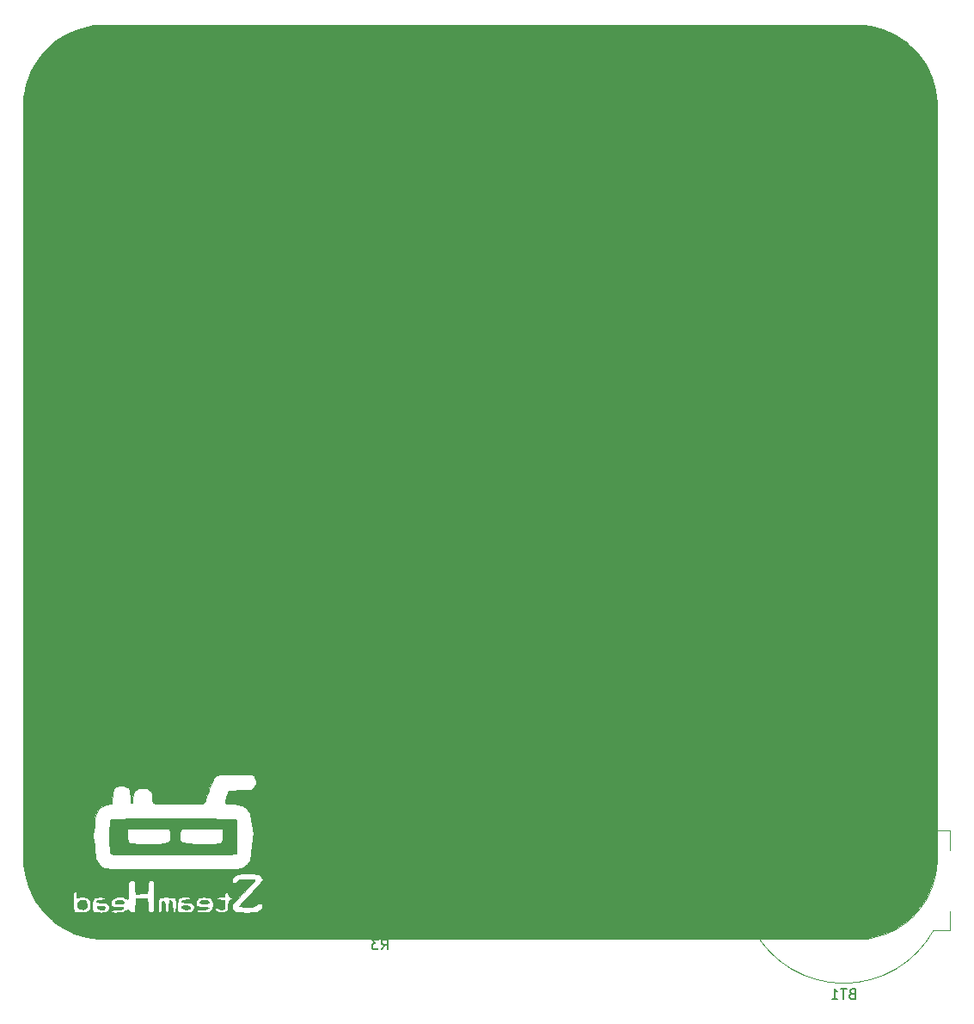
<source format=gbr>
G04 #@! TF.GenerationSoftware,KiCad,Pcbnew,5.0.0-fee4fd1~66~ubuntu16.04.1*
G04 #@! TF.CreationDate,2018-08-16T22:52:54+08:00*
G04 #@! TF.ProjectId,postcard,706F7374636172642E6B696361645F70,rev?*
G04 #@! TF.SameCoordinates,Original*
G04 #@! TF.FileFunction,Legend,Bot*
G04 #@! TF.FilePolarity,Positive*
%FSLAX46Y46*%
G04 Gerber Fmt 4.6, Leading zero omitted, Abs format (unit mm)*
G04 Created by KiCad (PCBNEW 5.0.0-fee4fd1~66~ubuntu16.04.1) date Thu Aug 16 22:52:54 2018*
%MOMM*%
%LPD*%
G01*
G04 APERTURE LIST*
%ADD10C,0.010000*%
%ADD11C,0.120000*%
%ADD12C,0.150000*%
G04 APERTURE END LIST*
D10*
G04 #@! TO.C,G\002A\002A\002A*
G36*
X20127608Y-83131702D02*
X20597277Y-83132029D01*
X21060862Y-83132544D01*
X21515198Y-83133245D01*
X21957124Y-83134135D01*
X22383476Y-83135213D01*
X22791091Y-83136478D01*
X23176806Y-83137932D01*
X23537457Y-83139574D01*
X23869883Y-83141405D01*
X24170919Y-83143424D01*
X24437402Y-83145632D01*
X24666170Y-83148029D01*
X24854060Y-83150615D01*
X24997908Y-83153390D01*
X25030112Y-83154208D01*
X25273095Y-83160535D01*
X25470249Y-83166118D01*
X25626532Y-83172726D01*
X25746903Y-83182127D01*
X25836321Y-83196091D01*
X25899745Y-83216386D01*
X25942134Y-83244780D01*
X25968447Y-83283042D01*
X25983642Y-83332942D01*
X25992679Y-83396247D01*
X26000517Y-83474726D01*
X26003357Y-83501326D01*
X26007695Y-83568012D01*
X26011143Y-83678067D01*
X26013742Y-83825520D01*
X26015529Y-84004399D01*
X26016545Y-84208733D01*
X26016828Y-84432549D01*
X26016417Y-84669877D01*
X26015352Y-84914745D01*
X26013672Y-85161181D01*
X26011415Y-85403214D01*
X26008621Y-85634871D01*
X26005329Y-85850181D01*
X26001578Y-86043174D01*
X25997407Y-86207876D01*
X25992855Y-86338316D01*
X25987961Y-86428523D01*
X25983943Y-86467050D01*
X25958961Y-86542081D01*
X25920200Y-86588168D01*
X25918410Y-86589173D01*
X25881038Y-86596662D01*
X25799426Y-86604890D01*
X25680169Y-86613449D01*
X25529864Y-86621935D01*
X25355109Y-86629943D01*
X25162501Y-86637067D01*
X25114008Y-86638611D01*
X25008755Y-86641022D01*
X24856753Y-86643274D01*
X24661162Y-86645365D01*
X24425141Y-86647297D01*
X24151850Y-86649070D01*
X23844451Y-86650684D01*
X23506101Y-86652138D01*
X23139962Y-86653434D01*
X22749193Y-86654571D01*
X22336954Y-86655551D01*
X21906405Y-86656372D01*
X21460706Y-86657035D01*
X21003017Y-86657541D01*
X20536497Y-86657890D01*
X20064307Y-86658081D01*
X19589607Y-86658116D01*
X19115556Y-86657994D01*
X18645315Y-86657715D01*
X18182043Y-86657281D01*
X17728900Y-86656690D01*
X17289046Y-86655944D01*
X16865641Y-86655043D01*
X16461846Y-86653986D01*
X16080819Y-86652774D01*
X15725720Y-86651408D01*
X15399711Y-86649886D01*
X15105950Y-86648211D01*
X14847598Y-86646382D01*
X14627814Y-86644398D01*
X14449758Y-86642262D01*
X14316591Y-86639971D01*
X14238590Y-86637812D01*
X14037167Y-86628660D01*
X13880923Y-86617539D01*
X13764191Y-86603181D01*
X13681303Y-86584319D01*
X13626593Y-86559686D01*
X13594394Y-86528015D01*
X13579533Y-86490434D01*
X13557543Y-86357417D01*
X13538728Y-86183004D01*
X13523102Y-85974107D01*
X13510679Y-85737635D01*
X13501472Y-85480497D01*
X13495496Y-85209605D01*
X13492765Y-84931867D01*
X13493291Y-84654194D01*
X13497090Y-84383496D01*
X13503471Y-84152187D01*
X15243443Y-84152187D01*
X15243443Y-84560347D01*
X15246978Y-84808921D01*
X15259219Y-85012006D01*
X15282621Y-85174577D01*
X15319638Y-85301610D01*
X15372725Y-85398081D01*
X15444336Y-85468966D01*
X15536926Y-85519240D01*
X15652950Y-85553880D01*
X15741661Y-85570301D01*
X15903875Y-85590335D01*
X16108126Y-85607447D01*
X16345680Y-85621519D01*
X16607800Y-85632430D01*
X16885751Y-85640062D01*
X17170796Y-85644296D01*
X17454201Y-85645012D01*
X17727229Y-85642091D01*
X17981144Y-85635414D01*
X18207212Y-85624863D01*
X18396695Y-85610317D01*
X18429076Y-85606957D01*
X18698032Y-85573589D01*
X18920279Y-85536785D01*
X19099918Y-85495176D01*
X19241048Y-85447393D01*
X19347770Y-85392068D01*
X19424183Y-85327832D01*
X19471602Y-85258973D01*
X19501528Y-85167696D01*
X19517869Y-85047134D01*
X19520459Y-84955522D01*
X20407665Y-84955522D01*
X20415995Y-85111110D01*
X20439786Y-85230169D01*
X20482797Y-85319548D01*
X20548784Y-85386095D01*
X20641506Y-85436659D01*
X20764719Y-85478089D01*
X20814182Y-85491300D01*
X20995649Y-85529841D01*
X21219415Y-85564582D01*
X21477039Y-85595048D01*
X21760079Y-85620765D01*
X22060092Y-85641255D01*
X22368637Y-85656045D01*
X22677271Y-85664659D01*
X22977552Y-85666621D01*
X23261037Y-85661457D01*
X23519286Y-85648691D01*
X23558831Y-85645825D01*
X23802386Y-85625403D01*
X24000917Y-85603994D01*
X24160251Y-85580139D01*
X24286214Y-85552381D01*
X24384631Y-85519261D01*
X24461328Y-85479323D01*
X24522131Y-85431109D01*
X24554079Y-85396804D01*
X24593326Y-85340064D01*
X24623651Y-85270089D01*
X24646043Y-85180244D01*
X24661493Y-85063891D01*
X24670990Y-84914396D01*
X24675523Y-84725120D01*
X24676276Y-84577177D01*
X24676276Y-84095196D01*
X20544920Y-84108208D01*
X20484116Y-84260760D01*
X20457403Y-84336134D01*
X20438494Y-84413954D01*
X20425523Y-84506884D01*
X20416622Y-84627585D01*
X20411038Y-84756556D01*
X20407665Y-84955522D01*
X19520459Y-84955522D01*
X19521841Y-84906691D01*
X19514657Y-84755770D01*
X19497532Y-84603776D01*
X19471679Y-84460114D01*
X19438314Y-84334187D01*
X19398651Y-84235399D01*
X19353904Y-84173156D01*
X19329502Y-84158507D01*
X19289401Y-84153476D01*
X19203580Y-84148720D01*
X19077171Y-84144276D01*
X18915303Y-84140183D01*
X18723109Y-84136480D01*
X18505718Y-84133204D01*
X18268261Y-84130393D01*
X18015870Y-84128087D01*
X17753674Y-84126323D01*
X17486805Y-84125140D01*
X17220394Y-84124576D01*
X16959571Y-84124669D01*
X16709467Y-84125458D01*
X16475213Y-84126980D01*
X16261940Y-84129275D01*
X16074778Y-84132380D01*
X16012562Y-84133756D01*
X15243443Y-84152187D01*
X13503471Y-84152187D01*
X13504175Y-84126682D01*
X13514560Y-83890663D01*
X13528259Y-83682347D01*
X13545286Y-83508646D01*
X13565654Y-83376469D01*
X13573197Y-83342800D01*
X13586345Y-83295100D01*
X13603091Y-83257821D01*
X13629513Y-83229339D01*
X13671691Y-83208028D01*
X13735706Y-83192266D01*
X13827638Y-83180428D01*
X13953566Y-83170889D01*
X14119569Y-83162025D01*
X14277277Y-83154694D01*
X14366437Y-83151856D01*
X14503285Y-83149202D01*
X14684657Y-83146734D01*
X14907391Y-83144451D01*
X15168322Y-83142353D01*
X15464289Y-83140441D01*
X15792128Y-83138715D01*
X16148676Y-83137175D01*
X16530770Y-83135821D01*
X16935247Y-83134653D01*
X17358944Y-83133671D01*
X17798697Y-83132876D01*
X18251344Y-83132267D01*
X18713722Y-83131846D01*
X19182667Y-83131611D01*
X19655017Y-83131563D01*
X20127608Y-83131702D01*
X20127608Y-83131702D01*
G37*
X20127608Y-83131702D02*
X20597277Y-83132029D01*
X21060862Y-83132544D01*
X21515198Y-83133245D01*
X21957124Y-83134135D01*
X22383476Y-83135213D01*
X22791091Y-83136478D01*
X23176806Y-83137932D01*
X23537457Y-83139574D01*
X23869883Y-83141405D01*
X24170919Y-83143424D01*
X24437402Y-83145632D01*
X24666170Y-83148029D01*
X24854060Y-83150615D01*
X24997908Y-83153390D01*
X25030112Y-83154208D01*
X25273095Y-83160535D01*
X25470249Y-83166118D01*
X25626532Y-83172726D01*
X25746903Y-83182127D01*
X25836321Y-83196091D01*
X25899745Y-83216386D01*
X25942134Y-83244780D01*
X25968447Y-83283042D01*
X25983642Y-83332942D01*
X25992679Y-83396247D01*
X26000517Y-83474726D01*
X26003357Y-83501326D01*
X26007695Y-83568012D01*
X26011143Y-83678067D01*
X26013742Y-83825520D01*
X26015529Y-84004399D01*
X26016545Y-84208733D01*
X26016828Y-84432549D01*
X26016417Y-84669877D01*
X26015352Y-84914745D01*
X26013672Y-85161181D01*
X26011415Y-85403214D01*
X26008621Y-85634871D01*
X26005329Y-85850181D01*
X26001578Y-86043174D01*
X25997407Y-86207876D01*
X25992855Y-86338316D01*
X25987961Y-86428523D01*
X25983943Y-86467050D01*
X25958961Y-86542081D01*
X25920200Y-86588168D01*
X25918410Y-86589173D01*
X25881038Y-86596662D01*
X25799426Y-86604890D01*
X25680169Y-86613449D01*
X25529864Y-86621935D01*
X25355109Y-86629943D01*
X25162501Y-86637067D01*
X25114008Y-86638611D01*
X25008755Y-86641022D01*
X24856753Y-86643274D01*
X24661162Y-86645365D01*
X24425141Y-86647297D01*
X24151850Y-86649070D01*
X23844451Y-86650684D01*
X23506101Y-86652138D01*
X23139962Y-86653434D01*
X22749193Y-86654571D01*
X22336954Y-86655551D01*
X21906405Y-86656372D01*
X21460706Y-86657035D01*
X21003017Y-86657541D01*
X20536497Y-86657890D01*
X20064307Y-86658081D01*
X19589607Y-86658116D01*
X19115556Y-86657994D01*
X18645315Y-86657715D01*
X18182043Y-86657281D01*
X17728900Y-86656690D01*
X17289046Y-86655944D01*
X16865641Y-86655043D01*
X16461846Y-86653986D01*
X16080819Y-86652774D01*
X15725720Y-86651408D01*
X15399711Y-86649886D01*
X15105950Y-86648211D01*
X14847598Y-86646382D01*
X14627814Y-86644398D01*
X14449758Y-86642262D01*
X14316591Y-86639971D01*
X14238590Y-86637812D01*
X14037167Y-86628660D01*
X13880923Y-86617539D01*
X13764191Y-86603181D01*
X13681303Y-86584319D01*
X13626593Y-86559686D01*
X13594394Y-86528015D01*
X13579533Y-86490434D01*
X13557543Y-86357417D01*
X13538728Y-86183004D01*
X13523102Y-85974107D01*
X13510679Y-85737635D01*
X13501472Y-85480497D01*
X13495496Y-85209605D01*
X13492765Y-84931867D01*
X13493291Y-84654194D01*
X13497090Y-84383496D01*
X13503471Y-84152187D01*
X15243443Y-84152187D01*
X15243443Y-84560347D01*
X15246978Y-84808921D01*
X15259219Y-85012006D01*
X15282621Y-85174577D01*
X15319638Y-85301610D01*
X15372725Y-85398081D01*
X15444336Y-85468966D01*
X15536926Y-85519240D01*
X15652950Y-85553880D01*
X15741661Y-85570301D01*
X15903875Y-85590335D01*
X16108126Y-85607447D01*
X16345680Y-85621519D01*
X16607800Y-85632430D01*
X16885751Y-85640062D01*
X17170796Y-85644296D01*
X17454201Y-85645012D01*
X17727229Y-85642091D01*
X17981144Y-85635414D01*
X18207212Y-85624863D01*
X18396695Y-85610317D01*
X18429076Y-85606957D01*
X18698032Y-85573589D01*
X18920279Y-85536785D01*
X19099918Y-85495176D01*
X19241048Y-85447393D01*
X19347770Y-85392068D01*
X19424183Y-85327832D01*
X19471602Y-85258973D01*
X19501528Y-85167696D01*
X19517869Y-85047134D01*
X19520459Y-84955522D01*
X20407665Y-84955522D01*
X20415995Y-85111110D01*
X20439786Y-85230169D01*
X20482797Y-85319548D01*
X20548784Y-85386095D01*
X20641506Y-85436659D01*
X20764719Y-85478089D01*
X20814182Y-85491300D01*
X20995649Y-85529841D01*
X21219415Y-85564582D01*
X21477039Y-85595048D01*
X21760079Y-85620765D01*
X22060092Y-85641255D01*
X22368637Y-85656045D01*
X22677271Y-85664659D01*
X22977552Y-85666621D01*
X23261037Y-85661457D01*
X23519286Y-85648691D01*
X23558831Y-85645825D01*
X23802386Y-85625403D01*
X24000917Y-85603994D01*
X24160251Y-85580139D01*
X24286214Y-85552381D01*
X24384631Y-85519261D01*
X24461328Y-85479323D01*
X24522131Y-85431109D01*
X24554079Y-85396804D01*
X24593326Y-85340064D01*
X24623651Y-85270089D01*
X24646043Y-85180244D01*
X24661493Y-85063891D01*
X24670990Y-84914396D01*
X24675523Y-84725120D01*
X24676276Y-84577177D01*
X24676276Y-84095196D01*
X20544920Y-84108208D01*
X20484116Y-84260760D01*
X20457403Y-84336134D01*
X20438494Y-84413954D01*
X20425523Y-84506884D01*
X20416622Y-84627585D01*
X20411038Y-84756556D01*
X20407665Y-84955522D01*
X19520459Y-84955522D01*
X19521841Y-84906691D01*
X19514657Y-84755770D01*
X19497532Y-84603776D01*
X19471679Y-84460114D01*
X19438314Y-84334187D01*
X19398651Y-84235399D01*
X19353904Y-84173156D01*
X19329502Y-84158507D01*
X19289401Y-84153476D01*
X19203580Y-84148720D01*
X19077171Y-84144276D01*
X18915303Y-84140183D01*
X18723109Y-84136480D01*
X18505718Y-84133204D01*
X18268261Y-84130393D01*
X18015870Y-84128087D01*
X17753674Y-84126323D01*
X17486805Y-84125140D01*
X17220394Y-84124576D01*
X16959571Y-84124669D01*
X16709467Y-84125458D01*
X16475213Y-84126980D01*
X16261940Y-84129275D01*
X16074778Y-84132380D01*
X16012562Y-84133756D01*
X15243443Y-84152187D01*
X13503471Y-84152187D01*
X13504175Y-84126682D01*
X13514560Y-83890663D01*
X13528259Y-83682347D01*
X13545286Y-83508646D01*
X13565654Y-83376469D01*
X13573197Y-83342800D01*
X13586345Y-83295100D01*
X13603091Y-83257821D01*
X13629513Y-83229339D01*
X13671691Y-83208028D01*
X13735706Y-83192266D01*
X13827638Y-83180428D01*
X13953566Y-83170889D01*
X14119569Y-83162025D01*
X14277277Y-83154694D01*
X14366437Y-83151856D01*
X14503285Y-83149202D01*
X14684657Y-83146734D01*
X14907391Y-83144451D01*
X15168322Y-83142353D01*
X15464289Y-83140441D01*
X15792128Y-83138715D01*
X16148676Y-83137175D01*
X16530770Y-83135821D01*
X16935247Y-83134653D01*
X17358944Y-83133671D01*
X17798697Y-83132876D01*
X18251344Y-83132267D01*
X18713722Y-83131846D01*
X19182667Y-83131611D01*
X19655017Y-83131563D01*
X20127608Y-83131702D01*
G36*
X22990258Y-91137841D02*
X23093558Y-91175562D01*
X23201552Y-91239775D01*
X23259581Y-91305631D01*
X23268198Y-91368937D01*
X23227954Y-91425498D01*
X23139398Y-91471122D01*
X23051738Y-91493784D01*
X22921025Y-91510902D01*
X22785481Y-91516121D01*
X22667520Y-91508985D01*
X22629529Y-91502400D01*
X22495842Y-91464285D01*
X22411760Y-91420527D01*
X22376238Y-91369991D01*
X22388229Y-91311542D01*
X22417591Y-91272425D01*
X22532283Y-91183593D01*
X22673453Y-91130478D01*
X22829858Y-91114690D01*
X22990258Y-91137841D01*
X22990258Y-91137841D01*
G37*
X22990258Y-91137841D02*
X23093558Y-91175562D01*
X23201552Y-91239775D01*
X23259581Y-91305631D01*
X23268198Y-91368937D01*
X23227954Y-91425498D01*
X23139398Y-91471122D01*
X23051738Y-91493784D01*
X22921025Y-91510902D01*
X22785481Y-91516121D01*
X22667520Y-91508985D01*
X22629529Y-91502400D01*
X22495842Y-91464285D01*
X22411760Y-91420527D01*
X22376238Y-91369991D01*
X22388229Y-91311542D01*
X22417591Y-91272425D01*
X22532283Y-91183593D01*
X22673453Y-91130478D01*
X22829858Y-91114690D01*
X22990258Y-91137841D01*
G36*
X21155029Y-91682678D02*
X21289061Y-91713495D01*
X21381594Y-91765686D01*
X21397561Y-91781081D01*
X21439932Y-91851387D01*
X21435343Y-91915837D01*
X21387633Y-91970896D01*
X21300640Y-92013032D01*
X21178203Y-92038709D01*
X21112039Y-92043977D01*
X21010432Y-92045322D01*
X20921164Y-92040909D01*
X20863182Y-92031692D01*
X20862297Y-92031408D01*
X20746772Y-91983420D01*
X20652133Y-91924936D01*
X20598248Y-91871889D01*
X20574077Y-91807447D01*
X20597372Y-91754076D01*
X20665698Y-91713056D01*
X20776620Y-91685670D01*
X20927704Y-91673200D01*
X20976876Y-91672555D01*
X21155029Y-91682678D01*
X21155029Y-91682678D01*
G37*
X21155029Y-91682678D02*
X21289061Y-91713495D01*
X21381594Y-91765686D01*
X21397561Y-91781081D01*
X21439932Y-91851387D01*
X21435343Y-91915837D01*
X21387633Y-91970896D01*
X21300640Y-92013032D01*
X21178203Y-92038709D01*
X21112039Y-92043977D01*
X21010432Y-92045322D01*
X20921164Y-92040909D01*
X20863182Y-92031692D01*
X20862297Y-92031408D01*
X20746772Y-91983420D01*
X20652133Y-91924936D01*
X20598248Y-91871889D01*
X20574077Y-91807447D01*
X20597372Y-91754076D01*
X20665698Y-91713056D01*
X20776620Y-91685670D01*
X20927704Y-91673200D01*
X20976876Y-91672555D01*
X21155029Y-91682678D01*
G36*
X14590091Y-91126196D02*
X14707919Y-91157718D01*
X14735817Y-91170120D01*
X14827088Y-91231964D01*
X14882433Y-91302544D01*
X14899256Y-91373492D01*
X14874964Y-91436443D01*
X14829651Y-91472607D01*
X14778359Y-91486471D01*
X14689787Y-91497613D01*
X14577453Y-91505544D01*
X14454878Y-91509772D01*
X14335584Y-91509810D01*
X14233089Y-91505167D01*
X14166570Y-91496621D01*
X14081308Y-91467457D01*
X14036707Y-91418863D01*
X14023417Y-91340595D01*
X14023412Y-91339817D01*
X14046353Y-91266254D01*
X14108860Y-91196957D01*
X14200177Y-91143507D01*
X14209012Y-91140031D01*
X14318814Y-91116106D01*
X14453115Y-91111910D01*
X14590091Y-91126196D01*
X14590091Y-91126196D01*
G37*
X14590091Y-91126196D02*
X14707919Y-91157718D01*
X14735817Y-91170120D01*
X14827088Y-91231964D01*
X14882433Y-91302544D01*
X14899256Y-91373492D01*
X14874964Y-91436443D01*
X14829651Y-91472607D01*
X14778359Y-91486471D01*
X14689787Y-91497613D01*
X14577453Y-91505544D01*
X14454878Y-91509772D01*
X14335584Y-91509810D01*
X14233089Y-91505167D01*
X14166570Y-91496621D01*
X14081308Y-91467457D01*
X14036707Y-91418863D01*
X14023417Y-91340595D01*
X14023412Y-91339817D01*
X14046353Y-91266254D01*
X14108860Y-91196957D01*
X14200177Y-91143507D01*
X14209012Y-91140031D01*
X14318814Y-91116106D01*
X14453115Y-91111910D01*
X14590091Y-91126196D01*
G36*
X12797194Y-91704798D02*
X12883403Y-91714108D01*
X12891591Y-91715770D01*
X12981796Y-91755980D01*
X13035829Y-91824186D01*
X13047413Y-91911306D01*
X13042983Y-91934812D01*
X13003059Y-91996157D01*
X12925023Y-92039652D01*
X12819028Y-92063449D01*
X12695229Y-92065699D01*
X12563779Y-92044556D01*
X12516067Y-92030706D01*
X12424827Y-91997338D01*
X12344526Y-91962150D01*
X12306307Y-91941250D01*
X12255909Y-91885825D01*
X12244620Y-91821666D01*
X12273050Y-91764840D01*
X12298899Y-91745977D01*
X12357303Y-91728603D01*
X12451402Y-91715030D01*
X12566127Y-91706027D01*
X12686414Y-91702360D01*
X12797194Y-91704798D01*
X12797194Y-91704798D01*
G37*
X12797194Y-91704798D02*
X12883403Y-91714108D01*
X12891591Y-91715770D01*
X12981796Y-91755980D01*
X13035829Y-91824186D01*
X13047413Y-91911306D01*
X13042983Y-91934812D01*
X13003059Y-91996157D01*
X12925023Y-92039652D01*
X12819028Y-92063449D01*
X12695229Y-92065699D01*
X12563779Y-92044556D01*
X12516067Y-92030706D01*
X12424827Y-91997338D01*
X12344526Y-91962150D01*
X12306307Y-91941250D01*
X12255909Y-91885825D01*
X12244620Y-91821666D01*
X12273050Y-91764840D01*
X12298899Y-91745977D01*
X12357303Y-91728603D01*
X12451402Y-91715030D01*
X12566127Y-91706027D01*
X12686414Y-91702360D01*
X12797194Y-91704798D01*
G36*
X10935443Y-91127605D02*
X11051032Y-91172846D01*
X11143875Y-91254639D01*
X11212191Y-91363208D01*
X11254199Y-91488775D01*
X11268118Y-91621564D01*
X11252166Y-91751800D01*
X11204562Y-91869704D01*
X11123525Y-91965502D01*
X11092304Y-91988550D01*
X10987116Y-92030784D01*
X10857783Y-92042336D01*
X10721344Y-92022356D01*
X10679047Y-92009193D01*
X10561335Y-91957685D01*
X10451400Y-91892880D01*
X10366536Y-91825545D01*
X10343501Y-91800332D01*
X10320780Y-91741022D01*
X10312856Y-91651960D01*
X10319282Y-91551908D01*
X10339612Y-91459629D01*
X10352364Y-91427335D01*
X10428547Y-91319715D01*
X10539853Y-91228618D01*
X10671865Y-91161453D01*
X10810168Y-91125633D01*
X10935443Y-91127605D01*
X10935443Y-91127605D01*
G37*
X10935443Y-91127605D02*
X11051032Y-91172846D01*
X11143875Y-91254639D01*
X11212191Y-91363208D01*
X11254199Y-91488775D01*
X11268118Y-91621564D01*
X11252166Y-91751800D01*
X11204562Y-91869704D01*
X11123525Y-91965502D01*
X11092304Y-91988550D01*
X10987116Y-92030784D01*
X10857783Y-92042336D01*
X10721344Y-92022356D01*
X10679047Y-92009193D01*
X10561335Y-91957685D01*
X10451400Y-91892880D01*
X10366536Y-91825545D01*
X10343501Y-91800332D01*
X10320780Y-91741022D01*
X10312856Y-91651960D01*
X10319282Y-91551908D01*
X10339612Y-91459629D01*
X10352364Y-91427335D01*
X10428547Y-91319715D01*
X10539853Y-91228618D01*
X10671865Y-91161453D01*
X10810168Y-91125633D01*
X10935443Y-91127605D01*
G36*
X51668016Y-5009715D02*
X53324026Y-5009734D01*
X54930596Y-5009765D01*
X56488430Y-5009811D01*
X57998236Y-5009871D01*
X59460718Y-5009946D01*
X60876581Y-5010036D01*
X62246531Y-5010143D01*
X63571273Y-5010267D01*
X64851513Y-5010408D01*
X66087956Y-5010567D01*
X67281307Y-5010746D01*
X68432272Y-5010944D01*
X69541556Y-5011161D01*
X70609865Y-5011400D01*
X71637904Y-5011660D01*
X72626378Y-5011942D01*
X73575993Y-5012247D01*
X74487454Y-5012574D01*
X75361466Y-5012926D01*
X76198736Y-5013302D01*
X76999967Y-5013704D01*
X77765867Y-5014131D01*
X78497139Y-5014584D01*
X79194490Y-5015065D01*
X79858624Y-5015573D01*
X80490248Y-5016110D01*
X81090066Y-5016676D01*
X81658785Y-5017271D01*
X82197109Y-5017896D01*
X82705743Y-5018552D01*
X83185394Y-5019240D01*
X83636766Y-5019960D01*
X84060565Y-5020712D01*
X84457496Y-5021498D01*
X84828265Y-5022318D01*
X85173578Y-5023173D01*
X85494138Y-5024063D01*
X85790653Y-5024988D01*
X86063826Y-5025951D01*
X86314365Y-5026950D01*
X86542973Y-5027987D01*
X86750357Y-5029063D01*
X86937221Y-5030178D01*
X87104272Y-5031332D01*
X87252214Y-5032527D01*
X87381754Y-5033763D01*
X87493595Y-5035040D01*
X87588445Y-5036360D01*
X87667007Y-5037723D01*
X87729988Y-5039129D01*
X87778093Y-5040579D01*
X87812027Y-5042074D01*
X87832495Y-5043614D01*
X87833033Y-5043675D01*
X88483543Y-5142535D01*
X89108973Y-5285362D01*
X89710820Y-5472768D01*
X90290579Y-5705366D01*
X90849747Y-5983769D01*
X91389820Y-6308591D01*
X91912296Y-6680444D01*
X92005402Y-6753063D01*
X92156909Y-6879723D01*
X92330713Y-7036416D01*
X92517231Y-7213560D01*
X92706880Y-7401570D01*
X92890078Y-7590863D01*
X93057243Y-7771855D01*
X93198791Y-7934963D01*
X93249382Y-7997197D01*
X93626703Y-8511656D01*
X93957663Y-9044348D01*
X94242980Y-9596993D01*
X94483371Y-10171311D01*
X94679553Y-10769023D01*
X94832242Y-11391850D01*
X94942157Y-12041513D01*
X94945591Y-12067451D01*
X94947578Y-12084142D01*
X94949505Y-12103952D01*
X94951373Y-12127647D01*
X94953184Y-12155995D01*
X94954938Y-12189764D01*
X94956635Y-12229722D01*
X94958278Y-12276637D01*
X94959866Y-12331275D01*
X94961402Y-12394404D01*
X94962885Y-12466793D01*
X94964316Y-12549209D01*
X94965697Y-12642418D01*
X94967028Y-12747190D01*
X94968311Y-12864292D01*
X94969545Y-12994491D01*
X94970733Y-13138555D01*
X94971875Y-13297251D01*
X94972971Y-13471347D01*
X94974024Y-13661611D01*
X94975033Y-13868811D01*
X94976000Y-14093714D01*
X94976925Y-14337087D01*
X94977809Y-14599699D01*
X94978654Y-14882316D01*
X94979460Y-15185707D01*
X94980229Y-15510639D01*
X94980960Y-15857880D01*
X94981655Y-16228198D01*
X94982315Y-16622359D01*
X94982941Y-17041133D01*
X94983533Y-17485285D01*
X94984093Y-17955585D01*
X94984622Y-18452799D01*
X94985119Y-18977695D01*
X94985587Y-19531041D01*
X94986027Y-20113605D01*
X94986438Y-20726154D01*
X94986822Y-21369455D01*
X94987180Y-22044277D01*
X94987513Y-22751386D01*
X94987822Y-23491552D01*
X94988107Y-24265540D01*
X94988369Y-25074119D01*
X94988611Y-25918057D01*
X94988831Y-26798121D01*
X94989031Y-27715079D01*
X94989213Y-28669698D01*
X94989377Y-29662746D01*
X94989523Y-30694991D01*
X94989654Y-31767200D01*
X94989769Y-32880141D01*
X94989870Y-34034581D01*
X94989957Y-35231288D01*
X94990032Y-36471030D01*
X94990095Y-37754575D01*
X94990148Y-39082690D01*
X94990190Y-40456142D01*
X94990224Y-41875699D01*
X94990250Y-43342130D01*
X94990268Y-44856201D01*
X94990280Y-46418680D01*
X94990287Y-48030335D01*
X94990290Y-49691933D01*
X94990290Y-50000000D01*
X94990288Y-51670777D01*
X94990282Y-53291471D01*
X94990271Y-54862849D01*
X94990253Y-56385680D01*
X94990229Y-57860730D01*
X94990197Y-59288767D01*
X94990156Y-60670559D01*
X94990106Y-62006874D01*
X94990044Y-63298479D01*
X94989972Y-64546142D01*
X94989887Y-65750630D01*
X94989789Y-66912712D01*
X94989676Y-68033154D01*
X94989548Y-69112724D01*
X94989405Y-70152190D01*
X94989244Y-71152320D01*
X94989066Y-72113881D01*
X94988869Y-73037641D01*
X94988652Y-73924367D01*
X94988415Y-74774828D01*
X94988156Y-75589790D01*
X94987875Y-76370021D01*
X94987571Y-77116290D01*
X94987243Y-77829363D01*
X94986889Y-78510008D01*
X94986510Y-79158993D01*
X94986104Y-79777085D01*
X94985670Y-80365053D01*
X94985207Y-80923663D01*
X94984715Y-81453684D01*
X94984192Y-81955883D01*
X94983638Y-82431027D01*
X94983051Y-82879885D01*
X94982432Y-83303223D01*
X94981778Y-83701810D01*
X94981089Y-84076413D01*
X94980365Y-84427800D01*
X94979603Y-84756738D01*
X94978804Y-85063996D01*
X94977966Y-85350339D01*
X94977089Y-85616538D01*
X94976171Y-85863358D01*
X94975212Y-86091567D01*
X94974211Y-86301934D01*
X94973166Y-86495225D01*
X94972078Y-86672209D01*
X94970944Y-86833653D01*
X94969765Y-86980325D01*
X94968539Y-87112992D01*
X94967265Y-87232422D01*
X94965943Y-87339382D01*
X94964571Y-87434640D01*
X94963149Y-87518965D01*
X94961676Y-87593123D01*
X94960150Y-87657881D01*
X94958571Y-87714009D01*
X94956939Y-87762273D01*
X94955251Y-87803441D01*
X94953507Y-87838280D01*
X94951707Y-87867558D01*
X94949849Y-87892044D01*
X94947933Y-87912504D01*
X94945957Y-87929706D01*
X94945591Y-87932548D01*
X94836840Y-88584872D01*
X94684754Y-89211029D01*
X94488789Y-89812320D01*
X94248403Y-90390049D01*
X93963053Y-90945519D01*
X93632195Y-91480033D01*
X93255287Y-91994894D01*
X93249019Y-92002802D01*
X93120230Y-92156476D01*
X92961509Y-92332276D01*
X92782540Y-92520519D01*
X92593006Y-92711522D01*
X92402591Y-92895603D01*
X92220979Y-93063077D01*
X92057852Y-93204263D01*
X92002802Y-93248946D01*
X91510138Y-93612487D01*
X91003355Y-93931823D01*
X90478709Y-94208529D01*
X89932456Y-94444180D01*
X89360852Y-94640352D01*
X88760151Y-94798618D01*
X88126611Y-94920555D01*
X87972872Y-94944063D01*
X87957698Y-94946043D01*
X87939241Y-94947964D01*
X87916733Y-94949826D01*
X87889406Y-94951632D01*
X87856492Y-94953381D01*
X87817224Y-94955075D01*
X87770834Y-94956715D01*
X87716555Y-94958302D01*
X87653617Y-94959836D01*
X87581254Y-94961319D01*
X87498698Y-94962752D01*
X87405181Y-94964135D01*
X87299935Y-94965470D01*
X87182193Y-94966758D01*
X87051187Y-94967999D01*
X86906149Y-94969195D01*
X86746310Y-94970346D01*
X86570905Y-94971454D01*
X86379164Y-94972519D01*
X86170320Y-94973542D01*
X85943605Y-94974525D01*
X85698252Y-94975469D01*
X85433493Y-94976374D01*
X85148559Y-94977241D01*
X84842683Y-94978072D01*
X84515098Y-94978866D01*
X84165035Y-94979627D01*
X83791728Y-94980353D01*
X83394407Y-94981047D01*
X82972306Y-94981708D01*
X82524656Y-94982339D01*
X82050690Y-94982941D01*
X81549640Y-94983513D01*
X81020738Y-94984057D01*
X80463216Y-94984575D01*
X79876308Y-94985067D01*
X79259244Y-94985533D01*
X78611258Y-94985976D01*
X77931581Y-94986396D01*
X77219445Y-94986793D01*
X76474084Y-94987170D01*
X75694728Y-94987526D01*
X74880611Y-94987864D01*
X74030965Y-94988183D01*
X73145022Y-94988485D01*
X72222013Y-94988771D01*
X71261172Y-94989042D01*
X70261730Y-94989299D01*
X69222920Y-94989542D01*
X68143975Y-94989773D01*
X67024125Y-94989993D01*
X65862604Y-94990203D01*
X64658643Y-94990403D01*
X63411476Y-94990595D01*
X62120334Y-94990779D01*
X60784449Y-94990957D01*
X59403053Y-94991130D01*
X57975380Y-94991298D01*
X56500661Y-94991462D01*
X54978128Y-94991625D01*
X53407014Y-94991785D01*
X51786550Y-94991945D01*
X50190690Y-94992099D01*
X48808932Y-94992217D01*
X47439008Y-94992308D01*
X46081814Y-94992373D01*
X44738245Y-94992412D01*
X43409197Y-94992424D01*
X42095565Y-94992412D01*
X40798245Y-94992374D01*
X39518132Y-94992311D01*
X38256121Y-94992225D01*
X37013108Y-94992114D01*
X35789989Y-94991980D01*
X34587659Y-94991822D01*
X33407013Y-94991642D01*
X32248947Y-94991439D01*
X31114357Y-94991214D01*
X30004137Y-94990968D01*
X28919183Y-94990700D01*
X27860392Y-94990411D01*
X26828657Y-94990101D01*
X25824875Y-94989772D01*
X24849942Y-94989422D01*
X23904751Y-94989053D01*
X22990200Y-94988665D01*
X22107184Y-94988258D01*
X21256597Y-94987833D01*
X20439336Y-94987390D01*
X19656296Y-94986929D01*
X18908372Y-94986451D01*
X18196460Y-94985956D01*
X17521456Y-94985445D01*
X16884254Y-94984918D01*
X16285750Y-94984375D01*
X15726840Y-94983816D01*
X15208420Y-94983243D01*
X14731383Y-94982654D01*
X14296627Y-94982052D01*
X13905047Y-94981436D01*
X13557538Y-94980806D01*
X13254995Y-94980163D01*
X12998314Y-94979508D01*
X12788390Y-94978840D01*
X12626120Y-94978160D01*
X12512397Y-94977468D01*
X12448119Y-94976765D01*
X12433933Y-94976359D01*
X11804652Y-94907646D01*
X11185002Y-94789602D01*
X10577664Y-94623271D01*
X9985313Y-94409694D01*
X9410628Y-94149913D01*
X8856286Y-93844973D01*
X8324964Y-93495914D01*
X7997197Y-93249019D01*
X7843525Y-93120230D01*
X7667701Y-92961484D01*
X7479414Y-92782473D01*
X7288355Y-92592887D01*
X7104215Y-92402415D01*
X6936683Y-92220749D01*
X6795449Y-92057579D01*
X6750980Y-92002802D01*
X6371113Y-91484716D01*
X6314106Y-91392673D01*
X9931550Y-91392673D01*
X9932452Y-91631543D01*
X9936789Y-91827687D01*
X9944870Y-91985131D01*
X9957000Y-92107897D01*
X9973488Y-92200009D01*
X9994640Y-92265492D01*
X10020765Y-92308369D01*
X10025976Y-92313953D01*
X10060997Y-92343475D01*
X10095601Y-92348687D01*
X10150350Y-92330810D01*
X10170431Y-92322526D01*
X10302699Y-92288278D01*
X10440074Y-92287823D01*
X10531728Y-92310023D01*
X10735356Y-92362379D01*
X10943865Y-92364372D01*
X11158190Y-92315994D01*
X11191770Y-92304069D01*
X11347619Y-92230433D01*
X11471855Y-92139532D01*
X11555841Y-92038000D01*
X11568085Y-92014841D01*
X11610729Y-91885231D01*
X11613924Y-91863977D01*
X11788703Y-91863977D01*
X11798372Y-92056519D01*
X11818394Y-92201000D01*
X11848689Y-92296769D01*
X11876840Y-92335213D01*
X11909801Y-92350427D01*
X11959742Y-92346931D01*
X12040604Y-92323520D01*
X12050529Y-92320172D01*
X12137049Y-92294322D01*
X12196924Y-92288169D01*
X12249785Y-92300326D01*
X12262174Y-92305217D01*
X12443485Y-92356664D01*
X12659524Y-92376381D01*
X12904953Y-92363954D01*
X12948329Y-92358729D01*
X13128747Y-92321491D01*
X13269531Y-92260204D01*
X13330667Y-92210015D01*
X13642615Y-92210015D01*
X13658209Y-92257547D01*
X13693407Y-92296023D01*
X13759242Y-92337142D01*
X13852757Y-92363513D01*
X13979259Y-92375624D01*
X14144055Y-92373960D01*
X14352451Y-92359008D01*
X14366266Y-92357717D01*
X14595783Y-92330974D01*
X14785691Y-92296794D01*
X14947007Y-92252541D01*
X15090744Y-92195581D01*
X15136321Y-92173484D01*
X15297615Y-92091791D01*
X15365874Y-92173904D01*
X15461350Y-92252759D01*
X15590324Y-92307343D01*
X15739101Y-92332331D01*
X15775714Y-92333333D01*
X15843561Y-92331069D01*
X15897495Y-92320665D01*
X15939587Y-92296699D01*
X15971907Y-92253753D01*
X15996525Y-92186405D01*
X16015513Y-92089236D01*
X16030942Y-91956825D01*
X16044881Y-91783752D01*
X16057402Y-91595995D01*
X16067473Y-91444549D01*
X16077451Y-91305286D01*
X16086548Y-91188455D01*
X16093975Y-91104307D01*
X16098031Y-91068418D01*
X16110212Y-90985785D01*
X17226626Y-90985785D01*
X17227717Y-91068418D01*
X17231166Y-91220084D01*
X17237371Y-91385049D01*
X17245744Y-91554704D01*
X17255700Y-91720438D01*
X17266651Y-91873643D01*
X17278010Y-92005708D01*
X17289192Y-92108024D01*
X17299608Y-92171981D01*
X17303871Y-92185911D01*
X17357197Y-92250247D01*
X17450639Y-92309297D01*
X17573485Y-92356390D01*
X17581083Y-92358557D01*
X17668863Y-92357166D01*
X17739325Y-92330222D01*
X17773467Y-92312476D01*
X17802408Y-92293374D01*
X17826577Y-92268818D01*
X17846405Y-92234712D01*
X17862320Y-92186959D01*
X17874754Y-92121463D01*
X17884135Y-92034126D01*
X17890894Y-91920851D01*
X17894345Y-91812550D01*
X18270803Y-91812550D01*
X18272164Y-91959447D01*
X18277734Y-92087294D01*
X18287607Y-92184538D01*
X18297677Y-92229834D01*
X18341564Y-92301553D01*
X18405461Y-92345612D01*
X18474571Y-92354495D01*
X18513160Y-92339300D01*
X18545973Y-92307587D01*
X18571640Y-92257189D01*
X18591525Y-92181420D01*
X18606989Y-92073596D01*
X18619395Y-91927033D01*
X18628152Y-91775055D01*
X18638556Y-91587523D01*
X18649285Y-91444825D01*
X18661541Y-91340952D01*
X18676528Y-91269895D01*
X18695446Y-91225643D01*
X18719497Y-91202188D01*
X18744338Y-91194192D01*
X18811335Y-91208284D01*
X18867232Y-91271736D01*
X18911931Y-91384260D01*
X18945330Y-91545570D01*
X18967330Y-91755379D01*
X18972797Y-91850250D01*
X18983477Y-92023572D01*
X18998389Y-92151953D01*
X19019485Y-92241253D01*
X19048715Y-92297330D01*
X19088031Y-92326044D01*
X19133665Y-92333333D01*
X19183709Y-92327567D01*
X19218455Y-92302200D01*
X19251297Y-92245133D01*
X19265246Y-92214474D01*
X19286140Y-92158869D01*
X19302215Y-92093107D01*
X19314675Y-92007989D01*
X19324728Y-91894313D01*
X19333579Y-91742882D01*
X19337255Y-91665216D01*
X19345597Y-91499781D01*
X19354115Y-91378041D01*
X19363732Y-91292850D01*
X19375374Y-91237057D01*
X19389965Y-91203514D01*
X19398329Y-91193176D01*
X19432753Y-91166712D01*
X19468742Y-91169847D01*
X19509224Y-91190334D01*
X19551036Y-91222522D01*
X19584893Y-91271531D01*
X19612745Y-91344080D01*
X19636542Y-91446891D01*
X19658234Y-91586681D01*
X19679773Y-91770172D01*
X19681075Y-91782454D01*
X19703151Y-91977190D01*
X19724399Y-92125932D01*
X19746783Y-92233463D01*
X19772268Y-92304561D01*
X19802819Y-92344009D01*
X19840402Y-92356587D01*
X19886982Y-92347075D01*
X19909346Y-92337806D01*
X19947538Y-92311806D01*
X19977496Y-92268970D01*
X20000122Y-92203793D01*
X20016319Y-92110775D01*
X20026992Y-91984413D01*
X20031252Y-91868073D01*
X20126389Y-91868073D01*
X20129360Y-92016494D01*
X20141017Y-92127984D01*
X20162186Y-92209259D01*
X20193691Y-92267035D01*
X20205637Y-92281172D01*
X20258564Y-92321306D01*
X20321505Y-92324669D01*
X20338121Y-92321591D01*
X20475632Y-92296803D01*
X20576306Y-92288739D01*
X20651170Y-92296961D01*
X20684245Y-92307808D01*
X20805874Y-92342708D01*
X20957448Y-92363569D01*
X21122150Y-92370207D01*
X21283162Y-92362437D01*
X21423667Y-92340073D01*
X21498098Y-92316775D01*
X21603566Y-92255070D01*
X21702511Y-92166547D01*
X21776831Y-92068447D01*
X21793522Y-92035401D01*
X21826338Y-91899179D01*
X21815834Y-91759440D01*
X21766769Y-91627611D01*
X21683899Y-91515117D01*
X21610234Y-91461316D01*
X21981429Y-91461316D01*
X21992230Y-91591845D01*
X22027063Y-91682664D01*
X22088716Y-91740264D01*
X22104755Y-91748482D01*
X22150522Y-91759760D01*
X22237925Y-91772699D01*
X22357822Y-91786270D01*
X22501069Y-91799446D01*
X22658523Y-91811196D01*
X22667667Y-91811797D01*
X22872693Y-91826110D01*
X23030205Y-91839795D01*
X23143513Y-91853968D01*
X23215923Y-91869745D01*
X23250745Y-91888242D01*
X23251285Y-91910576D01*
X23220852Y-91937861D01*
X23162754Y-91971215D01*
X23153821Y-91975810D01*
X23021741Y-92024012D01*
X22843514Y-92058057D01*
X22621961Y-92077505D01*
X22476976Y-92081895D01*
X22322767Y-92085358D01*
X22212166Y-92092431D01*
X22137967Y-92104872D01*
X22092960Y-92124441D01*
X22069939Y-92152899D01*
X22062528Y-92183077D01*
X22064833Y-92236434D01*
X22088736Y-92278074D01*
X22138903Y-92309131D01*
X22219997Y-92330737D01*
X22336684Y-92344026D01*
X22493627Y-92350129D01*
X22695491Y-92350179D01*
X22747665Y-92349471D01*
X22903855Y-92346786D01*
X23019289Y-92343298D01*
X23104057Y-92337483D01*
X23168248Y-92327820D01*
X23221953Y-92312786D01*
X23275259Y-92290861D01*
X23338259Y-92260520D01*
X23338680Y-92260313D01*
X23465870Y-92186712D01*
X23559407Y-92103478D01*
X23611512Y-92021240D01*
X23894336Y-92021240D01*
X23912041Y-92104121D01*
X23958507Y-92185224D01*
X23985915Y-92215207D01*
X24077612Y-92274097D01*
X24205540Y-92317160D01*
X24357369Y-92343652D01*
X24520771Y-92352832D01*
X24683415Y-92343959D01*
X24832972Y-92316289D01*
X24949225Y-92273180D01*
X25023138Y-92231612D01*
X25078274Y-92186908D01*
X25117859Y-92130798D01*
X25145124Y-92055009D01*
X25163295Y-91951269D01*
X25175602Y-91811308D01*
X25178231Y-91763125D01*
X25542419Y-91763125D01*
X25543191Y-91811765D01*
X25545930Y-91853936D01*
X25575409Y-91994348D01*
X25644408Y-92112187D01*
X25757103Y-92213247D01*
X25843082Y-92265882D01*
X25894444Y-92292465D01*
X25942482Y-92312122D01*
X25996632Y-92326364D01*
X26066326Y-92336705D01*
X26160999Y-92344658D01*
X26290085Y-92351734D01*
X26413160Y-92357289D01*
X26620819Y-92366103D01*
X26788666Y-92372445D01*
X26927677Y-92376355D01*
X27048829Y-92377872D01*
X27163097Y-92377036D01*
X27281458Y-92373885D01*
X27414889Y-92368458D01*
X27562206Y-92361400D01*
X27727450Y-92352096D01*
X27851731Y-92342005D01*
X27944931Y-92329721D01*
X28016933Y-92313838D01*
X28077621Y-92292950D01*
X28094740Y-92285657D01*
X28267426Y-92188610D01*
X28409113Y-92066665D01*
X28512955Y-91926913D01*
X28567171Y-91796410D01*
X28576216Y-91680384D01*
X28542336Y-91581010D01*
X28472555Y-91505389D01*
X28373894Y-91460622D01*
X28253373Y-91453809D01*
X28231428Y-91456900D01*
X28154844Y-91482163D01*
X28069945Y-91536807D01*
X27983874Y-91610666D01*
X27892600Y-91689174D01*
X27815944Y-91738229D01*
X27736598Y-91767958D01*
X27700070Y-91776741D01*
X27635023Y-91784862D01*
X27532081Y-91790744D01*
X27399770Y-91794503D01*
X27246616Y-91796254D01*
X27081145Y-91796110D01*
X26911883Y-91794187D01*
X26747356Y-91790600D01*
X26596089Y-91785462D01*
X26466610Y-91778888D01*
X26367442Y-91770994D01*
X26307113Y-91761893D01*
X26295626Y-91757863D01*
X26282438Y-91744562D01*
X26284109Y-91722632D01*
X26304518Y-91686597D01*
X26347547Y-91630979D01*
X26417077Y-91550302D01*
X26516989Y-91439087D01*
X26537491Y-91416511D01*
X26635911Y-91309165D01*
X26760878Y-91174279D01*
X26903789Y-91021058D01*
X27056040Y-90858706D01*
X27209027Y-90696429D01*
X27320520Y-90578785D01*
X27579117Y-90305799D01*
X27803675Y-90066829D01*
X27995988Y-89859817D01*
X28157852Y-89682700D01*
X28291062Y-89533418D01*
X28397413Y-89409910D01*
X28478701Y-89310115D01*
X28536721Y-89231972D01*
X28573269Y-89173420D01*
X28590139Y-89132399D01*
X28591791Y-89119471D01*
X28575534Y-89065554D01*
X28532431Y-88987144D01*
X28470989Y-88896305D01*
X28399710Y-88805097D01*
X28327101Y-88725583D01*
X28290040Y-88691508D01*
X28211180Y-88639076D01*
X28124630Y-88600415D01*
X28112707Y-88596872D01*
X28042532Y-88584306D01*
X27930964Y-88571862D01*
X27787459Y-88559998D01*
X27621472Y-88549174D01*
X27442461Y-88539848D01*
X27259882Y-88532479D01*
X27083191Y-88527527D01*
X26921844Y-88525448D01*
X26785297Y-88526703D01*
X26719019Y-88529257D01*
X26455804Y-88550223D01*
X26236285Y-88582637D01*
X26054234Y-88628271D01*
X25903426Y-88688896D01*
X25777634Y-88766285D01*
X25720316Y-88813492D01*
X25624658Y-88911534D01*
X25568576Y-89002900D01*
X25545501Y-89102279D01*
X25546735Y-89201676D01*
X25566616Y-89310766D01*
X25610574Y-89382124D01*
X25687704Y-89425243D01*
X25780779Y-89445993D01*
X25914321Y-89443417D01*
X26029224Y-89395340D01*
X26119207Y-89304567D01*
X26128000Y-89290989D01*
X26160334Y-89240501D01*
X26191881Y-89200867D01*
X26228952Y-89170775D01*
X26277854Y-89148910D01*
X26344897Y-89133959D01*
X26436389Y-89124609D01*
X26558638Y-89119544D01*
X26717953Y-89117453D01*
X26920642Y-89117020D01*
X26963414Y-89117017D01*
X27206484Y-89118008D01*
X27402412Y-89121169D01*
X27554873Y-89126780D01*
X27667539Y-89135120D01*
X27744084Y-89146470D01*
X27788183Y-89161111D01*
X27803509Y-89179321D01*
X27803603Y-89181079D01*
X27792255Y-89206693D01*
X27757212Y-89254863D01*
X27696980Y-89327216D01*
X27610064Y-89425379D01*
X27494966Y-89550981D01*
X27350193Y-89705648D01*
X27174247Y-89891009D01*
X26965635Y-90108690D01*
X26722860Y-90360319D01*
X26665308Y-90419784D01*
X26436757Y-90655949D01*
X26241102Y-90858823D01*
X26075838Y-91031618D01*
X25938457Y-91177546D01*
X25826453Y-91299818D01*
X25737320Y-91401645D01*
X25668550Y-91486240D01*
X25617636Y-91556813D01*
X25582073Y-91616577D01*
X25559354Y-91668742D01*
X25546971Y-91716521D01*
X25542419Y-91763125D01*
X25178231Y-91763125D01*
X25183099Y-91673942D01*
X25192026Y-91511230D01*
X25203701Y-91389739D01*
X25222040Y-91299853D01*
X25250957Y-91231954D01*
X25294368Y-91176425D01*
X25356189Y-91123652D01*
X25427958Y-91072520D01*
X25498016Y-91023459D01*
X25547744Y-90987087D01*
X25566166Y-90971497D01*
X25546676Y-90955839D01*
X25496257Y-90921366D01*
X25443928Y-90887221D01*
X25326332Y-90803251D01*
X25248148Y-90724306D01*
X25200410Y-90639760D01*
X25181294Y-90576043D01*
X25152873Y-90479528D01*
X25116814Y-90424779D01*
X25065749Y-90402712D01*
X25039319Y-90401001D01*
X24969196Y-90423797D01*
X24901315Y-90483384D01*
X24847205Y-90566554D01*
X24819450Y-90652843D01*
X24802714Y-90721236D01*
X24781148Y-90765917D01*
X24775319Y-90771312D01*
X24739696Y-90780172D01*
X24665099Y-90790684D01*
X24563310Y-90801384D01*
X24472910Y-90808897D01*
X24293411Y-90828320D01*
X24161850Y-90856352D01*
X24078912Y-90892759D01*
X24045284Y-90937304D01*
X24045415Y-90955474D01*
X24079851Y-91005013D01*
X24161641Y-91047747D01*
X24287610Y-91082571D01*
X24454582Y-91108382D01*
X24498412Y-91112923D01*
X24608186Y-91124267D01*
X24697574Y-91135171D01*
X24755449Y-91144179D01*
X24771366Y-91148677D01*
X24775954Y-91176498D01*
X24781539Y-91246171D01*
X24787561Y-91348717D01*
X24793461Y-91475161D01*
X24796466Y-91552005D01*
X24801592Y-91701639D01*
X24803785Y-91809020D01*
X24802275Y-91882699D01*
X24796292Y-91931227D01*
X24785069Y-91963155D01*
X24767835Y-91987035D01*
X24756247Y-91999107D01*
X24675592Y-92045230D01*
X24565138Y-92057625D01*
X24432670Y-92036821D01*
X24285975Y-91983343D01*
X24247467Y-91964664D01*
X24154038Y-91921338D01*
X24069720Y-91889675D01*
X24011195Y-91875844D01*
X24006789Y-91875675D01*
X23942410Y-91895641D01*
X23904692Y-91947954D01*
X23894336Y-92021240D01*
X23611512Y-92021240D01*
X23623618Y-92002134D01*
X23662833Y-91874205D01*
X23681379Y-91711215D01*
X23684401Y-91583283D01*
X23679610Y-91419732D01*
X23663019Y-91294338D01*
X23631297Y-91195117D01*
X23581113Y-91110086D01*
X23538530Y-91058421D01*
X23466923Y-90984491D01*
X23398627Y-90930000D01*
X23324072Y-90892028D01*
X23233690Y-90867654D01*
X23117912Y-90853957D01*
X22967169Y-90848017D01*
X22845645Y-90846931D01*
X22703534Y-90847834D01*
X22574543Y-90850980D01*
X22469502Y-90855930D01*
X22399247Y-90862249D01*
X22380990Y-90865660D01*
X22271964Y-90919812D01*
X22169896Y-91013011D01*
X22082698Y-91133465D01*
X22018280Y-91269379D01*
X21984554Y-91408959D01*
X21981429Y-91461316D01*
X21610234Y-91461316D01*
X21571985Y-91433382D01*
X21536236Y-91417620D01*
X21485053Y-91406396D01*
X21393758Y-91394549D01*
X21273060Y-91383154D01*
X21133669Y-91373288D01*
X21050363Y-91368780D01*
X20909801Y-91361061D01*
X20786347Y-91352428D01*
X20689289Y-91343677D01*
X20627918Y-91335603D01*
X20611774Y-91331233D01*
X20582866Y-91289966D01*
X20593798Y-91237623D01*
X20640113Y-91188102D01*
X20661845Y-91175035D01*
X20718399Y-91156012D01*
X20812079Y-91135320D01*
X20929344Y-91115591D01*
X21043463Y-91100875D01*
X21221539Y-91076071D01*
X21352241Y-91046192D01*
X21434604Y-91011572D01*
X21467661Y-90972548D01*
X21466291Y-90953930D01*
X21440759Y-90920192D01*
X21391476Y-90876631D01*
X21386572Y-90872918D01*
X21352632Y-90851261D01*
X21312607Y-90836532D01*
X21256544Y-90827459D01*
X21174495Y-90822774D01*
X21056508Y-90821205D01*
X20981368Y-90821192D01*
X20791513Y-90825102D01*
X20643732Y-90837265D01*
X20529640Y-90859613D01*
X20440856Y-90894081D01*
X20368995Y-90942601D01*
X20340483Y-90968994D01*
X20261721Y-91069686D01*
X20203021Y-91196660D01*
X20162464Y-91356396D01*
X20138135Y-91555373D01*
X20131279Y-91676007D01*
X20126389Y-91868073D01*
X20031252Y-91868073D01*
X20033042Y-91819203D01*
X20035374Y-91609644D01*
X20035465Y-91569475D01*
X20035206Y-91389250D01*
X20033549Y-91252641D01*
X20029966Y-91152421D01*
X20023929Y-91081363D01*
X20014907Y-91032238D01*
X20002372Y-90997821D01*
X19992330Y-90980280D01*
X19956018Y-90940713D01*
X19901145Y-90909322D01*
X19822498Y-90885308D01*
X19714870Y-90867875D01*
X19573050Y-90856227D01*
X19391829Y-90849568D01*
X19165996Y-90847101D01*
X19120820Y-90847041D01*
X18907707Y-90847631D01*
X18739430Y-90851544D01*
X18609978Y-90861865D01*
X18513335Y-90881682D01*
X18443490Y-90914081D01*
X18394429Y-90962147D01*
X18360138Y-91028966D01*
X18334605Y-91117626D01*
X18311815Y-91231212D01*
X18305551Y-91265465D01*
X18291023Y-91373059D01*
X18280326Y-91507805D01*
X18273555Y-91658152D01*
X18270803Y-91812550D01*
X17894345Y-91812550D01*
X17895461Y-91777543D01*
X17898265Y-91600105D01*
X17899736Y-91384439D01*
X17900305Y-91126449D01*
X17900400Y-90822039D01*
X17900400Y-90795095D01*
X17900270Y-90501418D01*
X17899786Y-90254010D01*
X17898801Y-90048290D01*
X17897173Y-89879676D01*
X17894756Y-89743587D01*
X17891407Y-89635441D01*
X17886980Y-89550658D01*
X17881332Y-89484654D01*
X17874318Y-89432850D01*
X17865794Y-89390664D01*
X17855615Y-89353514D01*
X17854901Y-89351191D01*
X17813524Y-89247107D01*
X17761941Y-89187244D01*
X17690416Y-89166593D01*
X17589210Y-89180147D01*
X17545292Y-89191952D01*
X17461956Y-89222473D01*
X17394571Y-89258135D01*
X17371153Y-89277102D01*
X17339485Y-89331070D01*
X17313649Y-89418991D01*
X17292817Y-89545452D01*
X17276162Y-89715041D01*
X17266968Y-89854354D01*
X17258739Y-89990845D01*
X17249573Y-90129413D01*
X17240856Y-90249628D01*
X17236503Y-90303459D01*
X17221906Y-90472885D01*
X16989081Y-90486957D01*
X16869989Y-90493459D01*
X16719649Y-90500652D01*
X16557640Y-90507645D01*
X16408899Y-90513358D01*
X16061542Y-90525687D01*
X16050448Y-90012042D01*
X16044739Y-89805303D01*
X16036720Y-89642388D01*
X16025082Y-89516279D01*
X16008515Y-89419959D01*
X15985711Y-89346411D01*
X15955362Y-89288617D01*
X15916160Y-89239560D01*
X15904063Y-89227078D01*
X15819430Y-89170403D01*
X15719124Y-89157207D01*
X15597950Y-89187150D01*
X15556887Y-89204433D01*
X15502553Y-89230233D01*
X15459133Y-89256769D01*
X15425247Y-89289805D01*
X15399520Y-89335110D01*
X15380573Y-89398449D01*
X15367030Y-89485589D01*
X15357514Y-89602297D01*
X15350647Y-89754338D01*
X15345053Y-89947479D01*
X15341220Y-90107486D01*
X15336768Y-90298037D01*
X15332588Y-90476376D01*
X15328860Y-90634871D01*
X15325766Y-90765891D01*
X15323484Y-90861802D01*
X15322194Y-90914974D01*
X15322151Y-90916663D01*
X15309908Y-90992222D01*
X15281229Y-91027577D01*
X15241487Y-91023929D01*
X15170472Y-91001044D01*
X15081827Y-90963525D01*
X15058756Y-90952519D01*
X14911409Y-90885299D01*
X14787735Y-90842011D01*
X14669317Y-90818058D01*
X14537733Y-90808844D01*
X14480680Y-90808251D01*
X14272519Y-90823717D01*
X14083448Y-90867633D01*
X13920101Y-90936823D01*
X13789114Y-91028107D01*
X13697121Y-91138307D01*
X13668684Y-91197200D01*
X13652091Y-91272485D01*
X13643684Y-91376250D01*
X13643364Y-91489867D01*
X13651037Y-91594704D01*
X13666605Y-91672132D01*
X13671210Y-91683924D01*
X13692784Y-91717964D01*
X13726984Y-91744656D01*
X13780150Y-91765263D01*
X13858624Y-91781050D01*
X13968745Y-91793281D01*
X14116856Y-91803221D01*
X14309298Y-91812134D01*
X14315415Y-91812383D01*
X14495717Y-91820865D01*
X14630842Y-91830536D01*
X14726463Y-91842602D01*
X14788255Y-91858263D01*
X14821891Y-91878724D01*
X14833045Y-91905188D01*
X14831814Y-91921885D01*
X14807396Y-91967781D01*
X14750207Y-92004739D01*
X14656281Y-92033795D01*
X14521653Y-92055984D01*
X14342359Y-92072344D01*
X14231352Y-92078832D01*
X14019078Y-92093146D01*
X13855757Y-92112739D01*
X13739700Y-92138294D01*
X13669216Y-92170492D01*
X13642615Y-92210015D01*
X13330667Y-92210015D01*
X13377459Y-92171602D01*
X13404983Y-92138500D01*
X13462495Y-92024085D01*
X13477098Y-91896387D01*
X13451512Y-91764576D01*
X13388455Y-91637819D01*
X13290645Y-91525284D01*
X13203963Y-91460503D01*
X13157158Y-91432944D01*
X13113365Y-91412860D01*
X13063004Y-91398614D01*
X12996497Y-91388567D01*
X12904264Y-91381083D01*
X12776727Y-91374524D01*
X12675736Y-91370204D01*
X12510676Y-91362385D01*
X12390235Y-91353446D01*
X12308184Y-91341549D01*
X12258295Y-91324856D01*
X12234342Y-91301527D01*
X12230095Y-91269725D01*
X12235801Y-91240324D01*
X12257141Y-91202725D01*
X12303335Y-91173152D01*
X12380785Y-91149707D01*
X12495895Y-91130488D01*
X12655066Y-91113596D01*
X12666193Y-91112612D01*
X12787479Y-91100157D01*
X12893477Y-91085920D01*
X12971878Y-91071764D01*
X13008236Y-91060868D01*
X13050199Y-91015837D01*
X13048357Y-90956577D01*
X13003320Y-90894381D01*
X12977619Y-90875549D01*
X12943265Y-90862289D01*
X12891649Y-90853650D01*
X12814161Y-90848681D01*
X12702193Y-90846431D01*
X12564731Y-90845945D01*
X12414466Y-90846483D01*
X12304712Y-90848951D01*
X12225135Y-90854631D01*
X12165399Y-90864808D01*
X12115170Y-90880762D01*
X12064111Y-90903777D01*
X12052552Y-90909509D01*
X11963650Y-90963208D01*
X11902994Y-91028489D01*
X11861969Y-91100200D01*
X11837441Y-91153228D01*
X11819797Y-91205138D01*
X11807629Y-91266104D01*
X11799530Y-91346299D01*
X11794091Y-91455895D01*
X11789905Y-91605067D01*
X11789467Y-91624022D01*
X11788703Y-91863977D01*
X11613924Y-91863977D01*
X11634515Y-91727007D01*
X11639477Y-91556801D01*
X11625646Y-91391247D01*
X11593055Y-91246978D01*
X11566463Y-91181369D01*
X11466949Y-91037432D01*
X11332271Y-90929862D01*
X11163048Y-90858900D01*
X10959900Y-90824784D01*
X10723448Y-90827756D01*
X10666358Y-90833486D01*
X10555940Y-90845124D01*
X10455371Y-90853883D01*
X10382670Y-90858241D01*
X10370810Y-90858465D01*
X10290869Y-90858658D01*
X10281710Y-90656971D01*
X10266905Y-90513635D01*
X10234166Y-90408755D01*
X10178369Y-90331573D01*
X10099346Y-90274115D01*
X10048366Y-90250577D01*
X10014164Y-90257761D01*
X9987811Y-90280971D01*
X9975064Y-90297683D01*
X9964813Y-90323279D01*
X9956695Y-90363302D01*
X9950349Y-90423289D01*
X9945411Y-90508784D01*
X9941520Y-90625324D01*
X9938314Y-90778452D01*
X9935428Y-90973707D01*
X9933776Y-91107055D01*
X9931550Y-91392673D01*
X6314106Y-91392673D01*
X6037468Y-90946021D01*
X5749822Y-90386171D01*
X5507948Y-89804615D01*
X5311623Y-89200804D01*
X5160621Y-88574189D01*
X5054718Y-87924220D01*
X5043675Y-87833033D01*
X5042071Y-87793832D01*
X5040502Y-87704866D01*
X5038967Y-87567221D01*
X5037467Y-87381983D01*
X5036002Y-87150236D01*
X5034571Y-86873068D01*
X5033175Y-86551563D01*
X5031813Y-86186808D01*
X5030486Y-85779889D01*
X5029194Y-85331890D01*
X5027936Y-84843898D01*
X5027792Y-84781846D01*
X11866987Y-84781846D01*
X11873079Y-84892727D01*
X11888384Y-85018249D01*
X11912730Y-85171308D01*
X11924766Y-85241986D01*
X11960671Y-85454148D01*
X11988664Y-85628889D01*
X12010254Y-85778760D01*
X12026947Y-85916312D01*
X12040252Y-86054096D01*
X12051676Y-86204661D01*
X12062727Y-86380559D01*
X12063857Y-86399800D01*
X12079171Y-86617844D01*
X12098292Y-86795579D01*
X12123363Y-86943519D01*
X12156527Y-87072179D01*
X12199928Y-87192073D01*
X12246189Y-87294374D01*
X12347690Y-87460688D01*
X12483552Y-87621851D01*
X12642778Y-87768421D01*
X12814368Y-87890956D01*
X12987324Y-87980012D01*
X13082282Y-88012170D01*
X13154090Y-88025936D01*
X13261329Y-88040050D01*
X13388625Y-88052720D01*
X13501801Y-88061057D01*
X13558582Y-88062944D01*
X13663422Y-88064740D01*
X13813532Y-88066444D01*
X14006120Y-88068056D01*
X14238395Y-88069575D01*
X14507568Y-88070998D01*
X14810846Y-88072326D01*
X15145439Y-88073558D01*
X15508557Y-88074692D01*
X15897409Y-88075727D01*
X16309203Y-88076663D01*
X16741150Y-88077498D01*
X17190457Y-88078231D01*
X17654335Y-88078862D01*
X18129993Y-88079389D01*
X18614639Y-88079812D01*
X19105484Y-88080129D01*
X19599735Y-88080340D01*
X20094603Y-88080443D01*
X20587297Y-88080437D01*
X21075026Y-88080322D01*
X21554999Y-88080096D01*
X22024424Y-88079758D01*
X22480513Y-88079308D01*
X22920473Y-88078745D01*
X23341514Y-88078067D01*
X23740845Y-88077273D01*
X24115675Y-88076362D01*
X24463214Y-88075334D01*
X24780670Y-88074188D01*
X25065253Y-88072922D01*
X25314173Y-88071535D01*
X25524637Y-88070027D01*
X25693856Y-88068396D01*
X25819039Y-88066642D01*
X25873559Y-88065485D01*
X26498771Y-88049149D01*
X26649035Y-87950252D01*
X26748654Y-87876399D01*
X26861409Y-87779555D01*
X26977981Y-87669202D01*
X27089048Y-87554825D01*
X27185291Y-87445908D01*
X27257388Y-87351934D01*
X27288994Y-87299099D01*
X27322726Y-87218669D01*
X27352387Y-87123216D01*
X27379060Y-87006593D01*
X27403828Y-86862656D01*
X27427774Y-86685259D01*
X27451981Y-86468256D01*
X27472834Y-86255928D01*
X27491830Y-86063684D01*
X27513244Y-85863479D01*
X27535444Y-85669487D01*
X27556804Y-85495882D01*
X27575691Y-85356838D01*
X27577985Y-85341341D01*
X27608643Y-85135728D01*
X27632150Y-84972304D01*
X27649009Y-84842989D01*
X27659719Y-84739699D01*
X27664782Y-84654354D01*
X27664698Y-84578870D01*
X27659967Y-84505166D01*
X27651092Y-84425160D01*
X27639968Y-84341042D01*
X27615562Y-84171413D01*
X27585887Y-83981398D01*
X27552337Y-83778527D01*
X27516307Y-83570332D01*
X27479191Y-83364341D01*
X27442385Y-83168087D01*
X27407281Y-82989099D01*
X27375276Y-82834908D01*
X27347763Y-82713045D01*
X27326137Y-82631039D01*
X27319759Y-82611910D01*
X27207180Y-82381364D01*
X27054649Y-82179939D01*
X26866562Y-82012202D01*
X26647317Y-81882722D01*
X26595895Y-81860055D01*
X26435240Y-81801148D01*
X26266467Y-81756333D01*
X26079282Y-81723869D01*
X25863395Y-81702016D01*
X25608513Y-81689036D01*
X25578878Y-81688111D01*
X25372291Y-81680961D01*
X25211448Y-81671377D01*
X25091244Y-81656621D01*
X25006573Y-81633958D01*
X24952330Y-81600652D01*
X24923409Y-81553964D01*
X24914705Y-81491161D01*
X24921111Y-81409504D01*
X24931596Y-81341200D01*
X24967512Y-81163495D01*
X25016694Y-80972047D01*
X25073549Y-80786211D01*
X25132482Y-80625343D01*
X25151026Y-80581944D01*
X25173017Y-80533781D01*
X25195143Y-80493261D01*
X25221789Y-80459617D01*
X25257342Y-80432080D01*
X25306187Y-80409882D01*
X25372710Y-80392255D01*
X25461297Y-80378432D01*
X25576335Y-80367645D01*
X25722209Y-80359125D01*
X25903305Y-80352105D01*
X26124009Y-80345817D01*
X26388708Y-80339493D01*
X26557757Y-80335650D01*
X26805455Y-80329701D01*
X27008046Y-80323436D01*
X27171269Y-80315706D01*
X27300860Y-80305362D01*
X27402559Y-80291253D01*
X27482101Y-80272230D01*
X27545225Y-80247143D01*
X27597669Y-80214843D01*
X27645171Y-80174179D01*
X27693467Y-80124002D01*
X27711122Y-80104533D01*
X27810886Y-79973934D01*
X27876407Y-79835965D01*
X27913330Y-79675848D01*
X27925102Y-79544344D01*
X27918533Y-79339982D01*
X27875419Y-79164667D01*
X27793011Y-79009447D01*
X27739567Y-78940473D01*
X27704599Y-78899907D01*
X27671764Y-78865330D01*
X27636899Y-78836262D01*
X27595842Y-78812225D01*
X27544430Y-78792742D01*
X27478502Y-78777335D01*
X27393894Y-78765525D01*
X27286445Y-78756834D01*
X27151992Y-78750786D01*
X26986372Y-78746901D01*
X26785424Y-78744702D01*
X26544986Y-78743710D01*
X26260894Y-78743448D01*
X26023823Y-78743443D01*
X25700280Y-78743640D01*
X25423015Y-78744420D01*
X25187458Y-78746070D01*
X24989037Y-78748874D01*
X24823181Y-78753120D01*
X24685319Y-78759093D01*
X24570880Y-78767078D01*
X24475292Y-78777361D01*
X24393985Y-78790228D01*
X24322386Y-78805965D01*
X24255926Y-78824857D01*
X24190032Y-78847190D01*
X24154348Y-78860306D01*
X24059942Y-78906469D01*
X23956877Y-78973084D01*
X23887906Y-79028114D01*
X23817915Y-79101758D01*
X23747615Y-79198608D01*
X23675181Y-79322559D01*
X23598785Y-79477504D01*
X23516600Y-79667337D01*
X23426799Y-79895952D01*
X23327554Y-80167242D01*
X23251913Y-80383383D01*
X23145308Y-80690114D01*
X23053227Y-80949800D01*
X22975090Y-81163953D01*
X22910317Y-81334083D01*
X22858327Y-81461703D01*
X22818540Y-81548322D01*
X22790376Y-81595453D01*
X22783716Y-81602446D01*
X22743535Y-81617768D01*
X22661544Y-81631246D01*
X22536826Y-81642902D01*
X22368462Y-81652761D01*
X22155536Y-81660845D01*
X21897129Y-81667179D01*
X21592325Y-81671786D01*
X21240205Y-81674688D01*
X20839853Y-81675910D01*
X20390350Y-81675475D01*
X19981746Y-81673885D01*
X19621068Y-81671959D01*
X19307659Y-81670003D01*
X19037939Y-81667927D01*
X18808327Y-81665642D01*
X18615241Y-81663058D01*
X18455101Y-81660086D01*
X18324326Y-81656638D01*
X18219334Y-81652623D01*
X18136545Y-81647954D01*
X18072377Y-81642540D01*
X18023249Y-81636292D01*
X17985581Y-81629122D01*
X17964572Y-81623640D01*
X17874763Y-81593701D01*
X17809460Y-81558965D01*
X17764355Y-81511080D01*
X17735144Y-81441693D01*
X17717518Y-81342454D01*
X17707172Y-81205008D01*
X17703287Y-81116902D01*
X17693898Y-80924834D01*
X17680961Y-80774899D01*
X17662059Y-80658392D01*
X17634778Y-80566606D01*
X17596704Y-80490837D01*
X17545420Y-80422379D01*
X17496027Y-80369787D01*
X17388542Y-80273812D01*
X17279689Y-80204307D01*
X17158592Y-80157631D01*
X17014378Y-80130142D01*
X16836174Y-80118199D01*
X16740980Y-80116924D01*
X16607380Y-80117190D01*
X16511732Y-80120024D01*
X16441136Y-80127732D01*
X16382693Y-80142623D01*
X16323504Y-80167003D01*
X16250671Y-80203180D01*
X16246311Y-80205405D01*
X16109333Y-80288795D01*
X16000320Y-80387956D01*
X15916144Y-80509209D01*
X15853676Y-80658875D01*
X15809788Y-80843275D01*
X15781353Y-81068729D01*
X15774449Y-81158858D01*
X15763259Y-81319328D01*
X15753208Y-81435944D01*
X15742758Y-81515631D01*
X15730373Y-81565316D01*
X15714514Y-81591924D01*
X15693644Y-81602383D01*
X15675675Y-81603803D01*
X15650610Y-81598529D01*
X15629956Y-81579304D01*
X15612875Y-81541024D01*
X15598530Y-81478584D01*
X15586084Y-81386880D01*
X15574699Y-81260808D01*
X15563538Y-81095263D01*
X15551763Y-80885140D01*
X15548958Y-80831469D01*
X15536807Y-80633394D01*
X15521538Y-80478120D01*
X15500413Y-80357603D01*
X15470691Y-80263794D01*
X15429633Y-80188648D01*
X15374500Y-80124116D01*
X15302552Y-80062153D01*
X15281581Y-80046094D01*
X15098824Y-79939329D01*
X14894422Y-79874572D01*
X14676057Y-79852288D01*
X14451409Y-79872940D01*
X14228161Y-79936995D01*
X14136896Y-79976838D01*
X14057695Y-80021817D01*
X13991133Y-80076704D01*
X13935827Y-80146287D01*
X13890396Y-80235359D01*
X13853455Y-80348709D01*
X13823623Y-80491129D01*
X13799517Y-80667409D01*
X13779754Y-80882339D01*
X13762952Y-81140711D01*
X13754543Y-81301605D01*
X13737579Y-81647754D01*
X13521276Y-81678014D01*
X13229618Y-81735566D01*
X12975350Y-81822744D01*
X12752632Y-81942394D01*
X12555626Y-82097364D01*
X12458178Y-82196405D01*
X12311776Y-82392676D01*
X12195099Y-82620535D01*
X12112965Y-82867237D01*
X12070191Y-83120038D01*
X12065056Y-83236315D01*
X12057429Y-83406251D01*
X12034914Y-83621285D01*
X11997370Y-83882507D01*
X11944658Y-84191009D01*
X11938131Y-84226775D01*
X11905678Y-84408068D01*
X11883116Y-84552413D01*
X11870276Y-84672706D01*
X11866987Y-84781846D01*
X5027792Y-84781846D01*
X5026713Y-84316998D01*
X5025524Y-83752277D01*
X5024370Y-83150820D01*
X5023251Y-82513713D01*
X5022166Y-81842041D01*
X5021116Y-81136891D01*
X5020101Y-80399348D01*
X5019120Y-79630498D01*
X5018174Y-78831427D01*
X5017262Y-78003220D01*
X5016385Y-77146963D01*
X5015543Y-76263742D01*
X5014735Y-75354643D01*
X5013962Y-74420751D01*
X5013224Y-73463153D01*
X5012520Y-72482934D01*
X5011850Y-71481179D01*
X5011216Y-70458975D01*
X5010616Y-69417407D01*
X5010050Y-68357562D01*
X5009520Y-67280524D01*
X5009023Y-66187380D01*
X5008562Y-65079215D01*
X5008135Y-63957115D01*
X5007742Y-62822166D01*
X5007385Y-61675454D01*
X5007062Y-60518064D01*
X5006773Y-59351083D01*
X5006519Y-58175595D01*
X5006300Y-56992687D01*
X5006115Y-55803445D01*
X5005965Y-54608953D01*
X5005850Y-53410299D01*
X5005769Y-52208568D01*
X5005723Y-51004845D01*
X5005711Y-49800216D01*
X5005734Y-48595767D01*
X5005792Y-47392585D01*
X5005884Y-46191754D01*
X5006011Y-44994360D01*
X5006173Y-43801489D01*
X5006369Y-42614227D01*
X5006600Y-41433660D01*
X5006865Y-40260873D01*
X5007165Y-39096952D01*
X5007500Y-37942984D01*
X5007869Y-36800053D01*
X5008273Y-35669245D01*
X5008711Y-34551647D01*
X5009184Y-33448343D01*
X5009692Y-32360421D01*
X5010234Y-31288965D01*
X5010811Y-30235061D01*
X5011422Y-29199795D01*
X5012069Y-28184253D01*
X5012749Y-27189521D01*
X5013465Y-26216683D01*
X5014215Y-25266827D01*
X5014999Y-24341038D01*
X5015819Y-23440402D01*
X5016672Y-22566004D01*
X5017561Y-21718930D01*
X5018484Y-20900265D01*
X5019442Y-20111097D01*
X5020434Y-19352510D01*
X5021461Y-18625590D01*
X5022522Y-17931424D01*
X5023618Y-17271095D01*
X5024749Y-16645692D01*
X5025915Y-16056299D01*
X5027115Y-15504001D01*
X5028349Y-14989886D01*
X5029619Y-14515038D01*
X5030922Y-14080543D01*
X5032261Y-13687487D01*
X5033634Y-13336957D01*
X5035042Y-13030037D01*
X5036484Y-12767813D01*
X5037961Y-12551371D01*
X5039472Y-12381797D01*
X5041019Y-12260177D01*
X5042599Y-12187597D01*
X5043675Y-12166966D01*
X5143255Y-11514007D01*
X5287656Y-10884895D01*
X5477160Y-10278942D01*
X5712051Y-9695456D01*
X5992612Y-9133747D01*
X6319124Y-8593126D01*
X6691870Y-8072901D01*
X6751301Y-7997197D01*
X6880320Y-7843212D01*
X7038644Y-7667648D01*
X7216750Y-7480035D01*
X7405114Y-7289904D01*
X7594212Y-7106784D01*
X7774522Y-6940205D01*
X7936520Y-6799697D01*
X7997197Y-6750442D01*
X8504381Y-6378129D01*
X9027378Y-6051653D01*
X9569011Y-5769834D01*
X10132108Y-5531490D01*
X10719494Y-5335440D01*
X11333995Y-5180503D01*
X11978438Y-5065496D01*
X12052552Y-5055058D01*
X12068600Y-5053042D01*
X12087434Y-5051088D01*
X12109823Y-5049193D01*
X12136535Y-5047356D01*
X12168338Y-5045577D01*
X12206000Y-5043855D01*
X12250290Y-5042189D01*
X12301977Y-5040578D01*
X12361827Y-5039021D01*
X12430609Y-5037517D01*
X12509093Y-5036065D01*
X12598045Y-5034665D01*
X12698234Y-5033314D01*
X12810429Y-5032014D01*
X12935397Y-5030762D01*
X13073907Y-5029557D01*
X13226727Y-5028399D01*
X13394625Y-5027287D01*
X13578370Y-5026220D01*
X13778730Y-5025196D01*
X13996473Y-5024216D01*
X14232367Y-5023278D01*
X14487180Y-5022381D01*
X14761681Y-5021524D01*
X15056638Y-5020706D01*
X15372819Y-5019927D01*
X15710993Y-5019186D01*
X16071927Y-5018481D01*
X16456390Y-5017811D01*
X16865151Y-5017177D01*
X17298977Y-5016576D01*
X17758636Y-5016008D01*
X18244897Y-5015472D01*
X18758528Y-5014968D01*
X19300298Y-5014493D01*
X19870974Y-5014047D01*
X20471325Y-5013630D01*
X21102119Y-5013241D01*
X21764125Y-5012877D01*
X22458109Y-5012539D01*
X23184842Y-5012226D01*
X23945090Y-5011937D01*
X24739623Y-5011670D01*
X25569208Y-5011426D01*
X26434614Y-5011202D01*
X27336609Y-5010998D01*
X28275961Y-5010814D01*
X29253439Y-5010647D01*
X30269810Y-5010498D01*
X31325843Y-5010365D01*
X32422306Y-5010248D01*
X33559967Y-5010145D01*
X34739595Y-5010056D01*
X35961958Y-5009979D01*
X37227824Y-5009915D01*
X38537961Y-5009861D01*
X39893138Y-5009817D01*
X41294123Y-5009782D01*
X42741683Y-5009755D01*
X44236588Y-5009735D01*
X45779606Y-5009722D01*
X47371504Y-5009713D01*
X49013051Y-5009710D01*
X49961861Y-5009709D01*
X51668016Y-5009715D01*
X51668016Y-5009715D01*
G37*
X51668016Y-5009715D02*
X53324026Y-5009734D01*
X54930596Y-5009765D01*
X56488430Y-5009811D01*
X57998236Y-5009871D01*
X59460718Y-5009946D01*
X60876581Y-5010036D01*
X62246531Y-5010143D01*
X63571273Y-5010267D01*
X64851513Y-5010408D01*
X66087956Y-5010567D01*
X67281307Y-5010746D01*
X68432272Y-5010944D01*
X69541556Y-5011161D01*
X70609865Y-5011400D01*
X71637904Y-5011660D01*
X72626378Y-5011942D01*
X73575993Y-5012247D01*
X74487454Y-5012574D01*
X75361466Y-5012926D01*
X76198736Y-5013302D01*
X76999967Y-5013704D01*
X77765867Y-5014131D01*
X78497139Y-5014584D01*
X79194490Y-5015065D01*
X79858624Y-5015573D01*
X80490248Y-5016110D01*
X81090066Y-5016676D01*
X81658785Y-5017271D01*
X82197109Y-5017896D01*
X82705743Y-5018552D01*
X83185394Y-5019240D01*
X83636766Y-5019960D01*
X84060565Y-5020712D01*
X84457496Y-5021498D01*
X84828265Y-5022318D01*
X85173578Y-5023173D01*
X85494138Y-5024063D01*
X85790653Y-5024988D01*
X86063826Y-5025951D01*
X86314365Y-5026950D01*
X86542973Y-5027987D01*
X86750357Y-5029063D01*
X86937221Y-5030178D01*
X87104272Y-5031332D01*
X87252214Y-5032527D01*
X87381754Y-5033763D01*
X87493595Y-5035040D01*
X87588445Y-5036360D01*
X87667007Y-5037723D01*
X87729988Y-5039129D01*
X87778093Y-5040579D01*
X87812027Y-5042074D01*
X87832495Y-5043614D01*
X87833033Y-5043675D01*
X88483543Y-5142535D01*
X89108973Y-5285362D01*
X89710820Y-5472768D01*
X90290579Y-5705366D01*
X90849747Y-5983769D01*
X91389820Y-6308591D01*
X91912296Y-6680444D01*
X92005402Y-6753063D01*
X92156909Y-6879723D01*
X92330713Y-7036416D01*
X92517231Y-7213560D01*
X92706880Y-7401570D01*
X92890078Y-7590863D01*
X93057243Y-7771855D01*
X93198791Y-7934963D01*
X93249382Y-7997197D01*
X93626703Y-8511656D01*
X93957663Y-9044348D01*
X94242980Y-9596993D01*
X94483371Y-10171311D01*
X94679553Y-10769023D01*
X94832242Y-11391850D01*
X94942157Y-12041513D01*
X94945591Y-12067451D01*
X94947578Y-12084142D01*
X94949505Y-12103952D01*
X94951373Y-12127647D01*
X94953184Y-12155995D01*
X94954938Y-12189764D01*
X94956635Y-12229722D01*
X94958278Y-12276637D01*
X94959866Y-12331275D01*
X94961402Y-12394404D01*
X94962885Y-12466793D01*
X94964316Y-12549209D01*
X94965697Y-12642418D01*
X94967028Y-12747190D01*
X94968311Y-12864292D01*
X94969545Y-12994491D01*
X94970733Y-13138555D01*
X94971875Y-13297251D01*
X94972971Y-13471347D01*
X94974024Y-13661611D01*
X94975033Y-13868811D01*
X94976000Y-14093714D01*
X94976925Y-14337087D01*
X94977809Y-14599699D01*
X94978654Y-14882316D01*
X94979460Y-15185707D01*
X94980229Y-15510639D01*
X94980960Y-15857880D01*
X94981655Y-16228198D01*
X94982315Y-16622359D01*
X94982941Y-17041133D01*
X94983533Y-17485285D01*
X94984093Y-17955585D01*
X94984622Y-18452799D01*
X94985119Y-18977695D01*
X94985587Y-19531041D01*
X94986027Y-20113605D01*
X94986438Y-20726154D01*
X94986822Y-21369455D01*
X94987180Y-22044277D01*
X94987513Y-22751386D01*
X94987822Y-23491552D01*
X94988107Y-24265540D01*
X94988369Y-25074119D01*
X94988611Y-25918057D01*
X94988831Y-26798121D01*
X94989031Y-27715079D01*
X94989213Y-28669698D01*
X94989377Y-29662746D01*
X94989523Y-30694991D01*
X94989654Y-31767200D01*
X94989769Y-32880141D01*
X94989870Y-34034581D01*
X94989957Y-35231288D01*
X94990032Y-36471030D01*
X94990095Y-37754575D01*
X94990148Y-39082690D01*
X94990190Y-40456142D01*
X94990224Y-41875699D01*
X94990250Y-43342130D01*
X94990268Y-44856201D01*
X94990280Y-46418680D01*
X94990287Y-48030335D01*
X94990290Y-49691933D01*
X94990290Y-50000000D01*
X94990288Y-51670777D01*
X94990282Y-53291471D01*
X94990271Y-54862849D01*
X94990253Y-56385680D01*
X94990229Y-57860730D01*
X94990197Y-59288767D01*
X94990156Y-60670559D01*
X94990106Y-62006874D01*
X94990044Y-63298479D01*
X94989972Y-64546142D01*
X94989887Y-65750630D01*
X94989789Y-66912712D01*
X94989676Y-68033154D01*
X94989548Y-69112724D01*
X94989405Y-70152190D01*
X94989244Y-71152320D01*
X94989066Y-72113881D01*
X94988869Y-73037641D01*
X94988652Y-73924367D01*
X94988415Y-74774828D01*
X94988156Y-75589790D01*
X94987875Y-76370021D01*
X94987571Y-77116290D01*
X94987243Y-77829363D01*
X94986889Y-78510008D01*
X94986510Y-79158993D01*
X94986104Y-79777085D01*
X94985670Y-80365053D01*
X94985207Y-80923663D01*
X94984715Y-81453684D01*
X94984192Y-81955883D01*
X94983638Y-82431027D01*
X94983051Y-82879885D01*
X94982432Y-83303223D01*
X94981778Y-83701810D01*
X94981089Y-84076413D01*
X94980365Y-84427800D01*
X94979603Y-84756738D01*
X94978804Y-85063996D01*
X94977966Y-85350339D01*
X94977089Y-85616538D01*
X94976171Y-85863358D01*
X94975212Y-86091567D01*
X94974211Y-86301934D01*
X94973166Y-86495225D01*
X94972078Y-86672209D01*
X94970944Y-86833653D01*
X94969765Y-86980325D01*
X94968539Y-87112992D01*
X94967265Y-87232422D01*
X94965943Y-87339382D01*
X94964571Y-87434640D01*
X94963149Y-87518965D01*
X94961676Y-87593123D01*
X94960150Y-87657881D01*
X94958571Y-87714009D01*
X94956939Y-87762273D01*
X94955251Y-87803441D01*
X94953507Y-87838280D01*
X94951707Y-87867558D01*
X94949849Y-87892044D01*
X94947933Y-87912504D01*
X94945957Y-87929706D01*
X94945591Y-87932548D01*
X94836840Y-88584872D01*
X94684754Y-89211029D01*
X94488789Y-89812320D01*
X94248403Y-90390049D01*
X93963053Y-90945519D01*
X93632195Y-91480033D01*
X93255287Y-91994894D01*
X93249019Y-92002802D01*
X93120230Y-92156476D01*
X92961509Y-92332276D01*
X92782540Y-92520519D01*
X92593006Y-92711522D01*
X92402591Y-92895603D01*
X92220979Y-93063077D01*
X92057852Y-93204263D01*
X92002802Y-93248946D01*
X91510138Y-93612487D01*
X91003355Y-93931823D01*
X90478709Y-94208529D01*
X89932456Y-94444180D01*
X89360852Y-94640352D01*
X88760151Y-94798618D01*
X88126611Y-94920555D01*
X87972872Y-94944063D01*
X87957698Y-94946043D01*
X87939241Y-94947964D01*
X87916733Y-94949826D01*
X87889406Y-94951632D01*
X87856492Y-94953381D01*
X87817224Y-94955075D01*
X87770834Y-94956715D01*
X87716555Y-94958302D01*
X87653617Y-94959836D01*
X87581254Y-94961319D01*
X87498698Y-94962752D01*
X87405181Y-94964135D01*
X87299935Y-94965470D01*
X87182193Y-94966758D01*
X87051187Y-94967999D01*
X86906149Y-94969195D01*
X86746310Y-94970346D01*
X86570905Y-94971454D01*
X86379164Y-94972519D01*
X86170320Y-94973542D01*
X85943605Y-94974525D01*
X85698252Y-94975469D01*
X85433493Y-94976374D01*
X85148559Y-94977241D01*
X84842683Y-94978072D01*
X84515098Y-94978866D01*
X84165035Y-94979627D01*
X83791728Y-94980353D01*
X83394407Y-94981047D01*
X82972306Y-94981708D01*
X82524656Y-94982339D01*
X82050690Y-94982941D01*
X81549640Y-94983513D01*
X81020738Y-94984057D01*
X80463216Y-94984575D01*
X79876308Y-94985067D01*
X79259244Y-94985533D01*
X78611258Y-94985976D01*
X77931581Y-94986396D01*
X77219445Y-94986793D01*
X76474084Y-94987170D01*
X75694728Y-94987526D01*
X74880611Y-94987864D01*
X74030965Y-94988183D01*
X73145022Y-94988485D01*
X72222013Y-94988771D01*
X71261172Y-94989042D01*
X70261730Y-94989299D01*
X69222920Y-94989542D01*
X68143975Y-94989773D01*
X67024125Y-94989993D01*
X65862604Y-94990203D01*
X64658643Y-94990403D01*
X63411476Y-94990595D01*
X62120334Y-94990779D01*
X60784449Y-94990957D01*
X59403053Y-94991130D01*
X57975380Y-94991298D01*
X56500661Y-94991462D01*
X54978128Y-94991625D01*
X53407014Y-94991785D01*
X51786550Y-94991945D01*
X50190690Y-94992099D01*
X48808932Y-94992217D01*
X47439008Y-94992308D01*
X46081814Y-94992373D01*
X44738245Y-94992412D01*
X43409197Y-94992424D01*
X42095565Y-94992412D01*
X40798245Y-94992374D01*
X39518132Y-94992311D01*
X38256121Y-94992225D01*
X37013108Y-94992114D01*
X35789989Y-94991980D01*
X34587659Y-94991822D01*
X33407013Y-94991642D01*
X32248947Y-94991439D01*
X31114357Y-94991214D01*
X30004137Y-94990968D01*
X28919183Y-94990700D01*
X27860392Y-94990411D01*
X26828657Y-94990101D01*
X25824875Y-94989772D01*
X24849942Y-94989422D01*
X23904751Y-94989053D01*
X22990200Y-94988665D01*
X22107184Y-94988258D01*
X21256597Y-94987833D01*
X20439336Y-94987390D01*
X19656296Y-94986929D01*
X18908372Y-94986451D01*
X18196460Y-94985956D01*
X17521456Y-94985445D01*
X16884254Y-94984918D01*
X16285750Y-94984375D01*
X15726840Y-94983816D01*
X15208420Y-94983243D01*
X14731383Y-94982654D01*
X14296627Y-94982052D01*
X13905047Y-94981436D01*
X13557538Y-94980806D01*
X13254995Y-94980163D01*
X12998314Y-94979508D01*
X12788390Y-94978840D01*
X12626120Y-94978160D01*
X12512397Y-94977468D01*
X12448119Y-94976765D01*
X12433933Y-94976359D01*
X11804652Y-94907646D01*
X11185002Y-94789602D01*
X10577664Y-94623271D01*
X9985313Y-94409694D01*
X9410628Y-94149913D01*
X8856286Y-93844973D01*
X8324964Y-93495914D01*
X7997197Y-93249019D01*
X7843525Y-93120230D01*
X7667701Y-92961484D01*
X7479414Y-92782473D01*
X7288355Y-92592887D01*
X7104215Y-92402415D01*
X6936683Y-92220749D01*
X6795449Y-92057579D01*
X6750980Y-92002802D01*
X6371113Y-91484716D01*
X6314106Y-91392673D01*
X9931550Y-91392673D01*
X9932452Y-91631543D01*
X9936789Y-91827687D01*
X9944870Y-91985131D01*
X9957000Y-92107897D01*
X9973488Y-92200009D01*
X9994640Y-92265492D01*
X10020765Y-92308369D01*
X10025976Y-92313953D01*
X10060997Y-92343475D01*
X10095601Y-92348687D01*
X10150350Y-92330810D01*
X10170431Y-92322526D01*
X10302699Y-92288278D01*
X10440074Y-92287823D01*
X10531728Y-92310023D01*
X10735356Y-92362379D01*
X10943865Y-92364372D01*
X11158190Y-92315994D01*
X11191770Y-92304069D01*
X11347619Y-92230433D01*
X11471855Y-92139532D01*
X11555841Y-92038000D01*
X11568085Y-92014841D01*
X11610729Y-91885231D01*
X11613924Y-91863977D01*
X11788703Y-91863977D01*
X11798372Y-92056519D01*
X11818394Y-92201000D01*
X11848689Y-92296769D01*
X11876840Y-92335213D01*
X11909801Y-92350427D01*
X11959742Y-92346931D01*
X12040604Y-92323520D01*
X12050529Y-92320172D01*
X12137049Y-92294322D01*
X12196924Y-92288169D01*
X12249785Y-92300326D01*
X12262174Y-92305217D01*
X12443485Y-92356664D01*
X12659524Y-92376381D01*
X12904953Y-92363954D01*
X12948329Y-92358729D01*
X13128747Y-92321491D01*
X13269531Y-92260204D01*
X13330667Y-92210015D01*
X13642615Y-92210015D01*
X13658209Y-92257547D01*
X13693407Y-92296023D01*
X13759242Y-92337142D01*
X13852757Y-92363513D01*
X13979259Y-92375624D01*
X14144055Y-92373960D01*
X14352451Y-92359008D01*
X14366266Y-92357717D01*
X14595783Y-92330974D01*
X14785691Y-92296794D01*
X14947007Y-92252541D01*
X15090744Y-92195581D01*
X15136321Y-92173484D01*
X15297615Y-92091791D01*
X15365874Y-92173904D01*
X15461350Y-92252759D01*
X15590324Y-92307343D01*
X15739101Y-92332331D01*
X15775714Y-92333333D01*
X15843561Y-92331069D01*
X15897495Y-92320665D01*
X15939587Y-92296699D01*
X15971907Y-92253753D01*
X15996525Y-92186405D01*
X16015513Y-92089236D01*
X16030942Y-91956825D01*
X16044881Y-91783752D01*
X16057402Y-91595995D01*
X16067473Y-91444549D01*
X16077451Y-91305286D01*
X16086548Y-91188455D01*
X16093975Y-91104307D01*
X16098031Y-91068418D01*
X16110212Y-90985785D01*
X17226626Y-90985785D01*
X17227717Y-91068418D01*
X17231166Y-91220084D01*
X17237371Y-91385049D01*
X17245744Y-91554704D01*
X17255700Y-91720438D01*
X17266651Y-91873643D01*
X17278010Y-92005708D01*
X17289192Y-92108024D01*
X17299608Y-92171981D01*
X17303871Y-92185911D01*
X17357197Y-92250247D01*
X17450639Y-92309297D01*
X17573485Y-92356390D01*
X17581083Y-92358557D01*
X17668863Y-92357166D01*
X17739325Y-92330222D01*
X17773467Y-92312476D01*
X17802408Y-92293374D01*
X17826577Y-92268818D01*
X17846405Y-92234712D01*
X17862320Y-92186959D01*
X17874754Y-92121463D01*
X17884135Y-92034126D01*
X17890894Y-91920851D01*
X17894345Y-91812550D01*
X18270803Y-91812550D01*
X18272164Y-91959447D01*
X18277734Y-92087294D01*
X18287607Y-92184538D01*
X18297677Y-92229834D01*
X18341564Y-92301553D01*
X18405461Y-92345612D01*
X18474571Y-92354495D01*
X18513160Y-92339300D01*
X18545973Y-92307587D01*
X18571640Y-92257189D01*
X18591525Y-92181420D01*
X18606989Y-92073596D01*
X18619395Y-91927033D01*
X18628152Y-91775055D01*
X18638556Y-91587523D01*
X18649285Y-91444825D01*
X18661541Y-91340952D01*
X18676528Y-91269895D01*
X18695446Y-91225643D01*
X18719497Y-91202188D01*
X18744338Y-91194192D01*
X18811335Y-91208284D01*
X18867232Y-91271736D01*
X18911931Y-91384260D01*
X18945330Y-91545570D01*
X18967330Y-91755379D01*
X18972797Y-91850250D01*
X18983477Y-92023572D01*
X18998389Y-92151953D01*
X19019485Y-92241253D01*
X19048715Y-92297330D01*
X19088031Y-92326044D01*
X19133665Y-92333333D01*
X19183709Y-92327567D01*
X19218455Y-92302200D01*
X19251297Y-92245133D01*
X19265246Y-92214474D01*
X19286140Y-92158869D01*
X19302215Y-92093107D01*
X19314675Y-92007989D01*
X19324728Y-91894313D01*
X19333579Y-91742882D01*
X19337255Y-91665216D01*
X19345597Y-91499781D01*
X19354115Y-91378041D01*
X19363732Y-91292850D01*
X19375374Y-91237057D01*
X19389965Y-91203514D01*
X19398329Y-91193176D01*
X19432753Y-91166712D01*
X19468742Y-91169847D01*
X19509224Y-91190334D01*
X19551036Y-91222522D01*
X19584893Y-91271531D01*
X19612745Y-91344080D01*
X19636542Y-91446891D01*
X19658234Y-91586681D01*
X19679773Y-91770172D01*
X19681075Y-91782454D01*
X19703151Y-91977190D01*
X19724399Y-92125932D01*
X19746783Y-92233463D01*
X19772268Y-92304561D01*
X19802819Y-92344009D01*
X19840402Y-92356587D01*
X19886982Y-92347075D01*
X19909346Y-92337806D01*
X19947538Y-92311806D01*
X19977496Y-92268970D01*
X20000122Y-92203793D01*
X20016319Y-92110775D01*
X20026992Y-91984413D01*
X20031252Y-91868073D01*
X20126389Y-91868073D01*
X20129360Y-92016494D01*
X20141017Y-92127984D01*
X20162186Y-92209259D01*
X20193691Y-92267035D01*
X20205637Y-92281172D01*
X20258564Y-92321306D01*
X20321505Y-92324669D01*
X20338121Y-92321591D01*
X20475632Y-92296803D01*
X20576306Y-92288739D01*
X20651170Y-92296961D01*
X20684245Y-92307808D01*
X20805874Y-92342708D01*
X20957448Y-92363569D01*
X21122150Y-92370207D01*
X21283162Y-92362437D01*
X21423667Y-92340073D01*
X21498098Y-92316775D01*
X21603566Y-92255070D01*
X21702511Y-92166547D01*
X21776831Y-92068447D01*
X21793522Y-92035401D01*
X21826338Y-91899179D01*
X21815834Y-91759440D01*
X21766769Y-91627611D01*
X21683899Y-91515117D01*
X21610234Y-91461316D01*
X21981429Y-91461316D01*
X21992230Y-91591845D01*
X22027063Y-91682664D01*
X22088716Y-91740264D01*
X22104755Y-91748482D01*
X22150522Y-91759760D01*
X22237925Y-91772699D01*
X22357822Y-91786270D01*
X22501069Y-91799446D01*
X22658523Y-91811196D01*
X22667667Y-91811797D01*
X22872693Y-91826110D01*
X23030205Y-91839795D01*
X23143513Y-91853968D01*
X23215923Y-91869745D01*
X23250745Y-91888242D01*
X23251285Y-91910576D01*
X23220852Y-91937861D01*
X23162754Y-91971215D01*
X23153821Y-91975810D01*
X23021741Y-92024012D01*
X22843514Y-92058057D01*
X22621961Y-92077505D01*
X22476976Y-92081895D01*
X22322767Y-92085358D01*
X22212166Y-92092431D01*
X22137967Y-92104872D01*
X22092960Y-92124441D01*
X22069939Y-92152899D01*
X22062528Y-92183077D01*
X22064833Y-92236434D01*
X22088736Y-92278074D01*
X22138903Y-92309131D01*
X22219997Y-92330737D01*
X22336684Y-92344026D01*
X22493627Y-92350129D01*
X22695491Y-92350179D01*
X22747665Y-92349471D01*
X22903855Y-92346786D01*
X23019289Y-92343298D01*
X23104057Y-92337483D01*
X23168248Y-92327820D01*
X23221953Y-92312786D01*
X23275259Y-92290861D01*
X23338259Y-92260520D01*
X23338680Y-92260313D01*
X23465870Y-92186712D01*
X23559407Y-92103478D01*
X23611512Y-92021240D01*
X23894336Y-92021240D01*
X23912041Y-92104121D01*
X23958507Y-92185224D01*
X23985915Y-92215207D01*
X24077612Y-92274097D01*
X24205540Y-92317160D01*
X24357369Y-92343652D01*
X24520771Y-92352832D01*
X24683415Y-92343959D01*
X24832972Y-92316289D01*
X24949225Y-92273180D01*
X25023138Y-92231612D01*
X25078274Y-92186908D01*
X25117859Y-92130798D01*
X25145124Y-92055009D01*
X25163295Y-91951269D01*
X25175602Y-91811308D01*
X25178231Y-91763125D01*
X25542419Y-91763125D01*
X25543191Y-91811765D01*
X25545930Y-91853936D01*
X25575409Y-91994348D01*
X25644408Y-92112187D01*
X25757103Y-92213247D01*
X25843082Y-92265882D01*
X25894444Y-92292465D01*
X25942482Y-92312122D01*
X25996632Y-92326364D01*
X26066326Y-92336705D01*
X26160999Y-92344658D01*
X26290085Y-92351734D01*
X26413160Y-92357289D01*
X26620819Y-92366103D01*
X26788666Y-92372445D01*
X26927677Y-92376355D01*
X27048829Y-92377872D01*
X27163097Y-92377036D01*
X27281458Y-92373885D01*
X27414889Y-92368458D01*
X27562206Y-92361400D01*
X27727450Y-92352096D01*
X27851731Y-92342005D01*
X27944931Y-92329721D01*
X28016933Y-92313838D01*
X28077621Y-92292950D01*
X28094740Y-92285657D01*
X28267426Y-92188610D01*
X28409113Y-92066665D01*
X28512955Y-91926913D01*
X28567171Y-91796410D01*
X28576216Y-91680384D01*
X28542336Y-91581010D01*
X28472555Y-91505389D01*
X28373894Y-91460622D01*
X28253373Y-91453809D01*
X28231428Y-91456900D01*
X28154844Y-91482163D01*
X28069945Y-91536807D01*
X27983874Y-91610666D01*
X27892600Y-91689174D01*
X27815944Y-91738229D01*
X27736598Y-91767958D01*
X27700070Y-91776741D01*
X27635023Y-91784862D01*
X27532081Y-91790744D01*
X27399770Y-91794503D01*
X27246616Y-91796254D01*
X27081145Y-91796110D01*
X26911883Y-91794187D01*
X26747356Y-91790600D01*
X26596089Y-91785462D01*
X26466610Y-91778888D01*
X26367442Y-91770994D01*
X26307113Y-91761893D01*
X26295626Y-91757863D01*
X26282438Y-91744562D01*
X26284109Y-91722632D01*
X26304518Y-91686597D01*
X26347547Y-91630979D01*
X26417077Y-91550302D01*
X26516989Y-91439087D01*
X26537491Y-91416511D01*
X26635911Y-91309165D01*
X26760878Y-91174279D01*
X26903789Y-91021058D01*
X27056040Y-90858706D01*
X27209027Y-90696429D01*
X27320520Y-90578785D01*
X27579117Y-90305799D01*
X27803675Y-90066829D01*
X27995988Y-89859817D01*
X28157852Y-89682700D01*
X28291062Y-89533418D01*
X28397413Y-89409910D01*
X28478701Y-89310115D01*
X28536721Y-89231972D01*
X28573269Y-89173420D01*
X28590139Y-89132399D01*
X28591791Y-89119471D01*
X28575534Y-89065554D01*
X28532431Y-88987144D01*
X28470989Y-88896305D01*
X28399710Y-88805097D01*
X28327101Y-88725583D01*
X28290040Y-88691508D01*
X28211180Y-88639076D01*
X28124630Y-88600415D01*
X28112707Y-88596872D01*
X28042532Y-88584306D01*
X27930964Y-88571862D01*
X27787459Y-88559998D01*
X27621472Y-88549174D01*
X27442461Y-88539848D01*
X27259882Y-88532479D01*
X27083191Y-88527527D01*
X26921844Y-88525448D01*
X26785297Y-88526703D01*
X26719019Y-88529257D01*
X26455804Y-88550223D01*
X26236285Y-88582637D01*
X26054234Y-88628271D01*
X25903426Y-88688896D01*
X25777634Y-88766285D01*
X25720316Y-88813492D01*
X25624658Y-88911534D01*
X25568576Y-89002900D01*
X25545501Y-89102279D01*
X25546735Y-89201676D01*
X25566616Y-89310766D01*
X25610574Y-89382124D01*
X25687704Y-89425243D01*
X25780779Y-89445993D01*
X25914321Y-89443417D01*
X26029224Y-89395340D01*
X26119207Y-89304567D01*
X26128000Y-89290989D01*
X26160334Y-89240501D01*
X26191881Y-89200867D01*
X26228952Y-89170775D01*
X26277854Y-89148910D01*
X26344897Y-89133959D01*
X26436389Y-89124609D01*
X26558638Y-89119544D01*
X26717953Y-89117453D01*
X26920642Y-89117020D01*
X26963414Y-89117017D01*
X27206484Y-89118008D01*
X27402412Y-89121169D01*
X27554873Y-89126780D01*
X27667539Y-89135120D01*
X27744084Y-89146470D01*
X27788183Y-89161111D01*
X27803509Y-89179321D01*
X27803603Y-89181079D01*
X27792255Y-89206693D01*
X27757212Y-89254863D01*
X27696980Y-89327216D01*
X27610064Y-89425379D01*
X27494966Y-89550981D01*
X27350193Y-89705648D01*
X27174247Y-89891009D01*
X26965635Y-90108690D01*
X26722860Y-90360319D01*
X26665308Y-90419784D01*
X26436757Y-90655949D01*
X26241102Y-90858823D01*
X26075838Y-91031618D01*
X25938457Y-91177546D01*
X25826453Y-91299818D01*
X25737320Y-91401645D01*
X25668550Y-91486240D01*
X25617636Y-91556813D01*
X25582073Y-91616577D01*
X25559354Y-91668742D01*
X25546971Y-91716521D01*
X25542419Y-91763125D01*
X25178231Y-91763125D01*
X25183099Y-91673942D01*
X25192026Y-91511230D01*
X25203701Y-91389739D01*
X25222040Y-91299853D01*
X25250957Y-91231954D01*
X25294368Y-91176425D01*
X25356189Y-91123652D01*
X25427958Y-91072520D01*
X25498016Y-91023459D01*
X25547744Y-90987087D01*
X25566166Y-90971497D01*
X25546676Y-90955839D01*
X25496257Y-90921366D01*
X25443928Y-90887221D01*
X25326332Y-90803251D01*
X25248148Y-90724306D01*
X25200410Y-90639760D01*
X25181294Y-90576043D01*
X25152873Y-90479528D01*
X25116814Y-90424779D01*
X25065749Y-90402712D01*
X25039319Y-90401001D01*
X24969196Y-90423797D01*
X24901315Y-90483384D01*
X24847205Y-90566554D01*
X24819450Y-90652843D01*
X24802714Y-90721236D01*
X24781148Y-90765917D01*
X24775319Y-90771312D01*
X24739696Y-90780172D01*
X24665099Y-90790684D01*
X24563310Y-90801384D01*
X24472910Y-90808897D01*
X24293411Y-90828320D01*
X24161850Y-90856352D01*
X24078912Y-90892759D01*
X24045284Y-90937304D01*
X24045415Y-90955474D01*
X24079851Y-91005013D01*
X24161641Y-91047747D01*
X24287610Y-91082571D01*
X24454582Y-91108382D01*
X24498412Y-91112923D01*
X24608186Y-91124267D01*
X24697574Y-91135171D01*
X24755449Y-91144179D01*
X24771366Y-91148677D01*
X24775954Y-91176498D01*
X24781539Y-91246171D01*
X24787561Y-91348717D01*
X24793461Y-91475161D01*
X24796466Y-91552005D01*
X24801592Y-91701639D01*
X24803785Y-91809020D01*
X24802275Y-91882699D01*
X24796292Y-91931227D01*
X24785069Y-91963155D01*
X24767835Y-91987035D01*
X24756247Y-91999107D01*
X24675592Y-92045230D01*
X24565138Y-92057625D01*
X24432670Y-92036821D01*
X24285975Y-91983343D01*
X24247467Y-91964664D01*
X24154038Y-91921338D01*
X24069720Y-91889675D01*
X24011195Y-91875844D01*
X24006789Y-91875675D01*
X23942410Y-91895641D01*
X23904692Y-91947954D01*
X23894336Y-92021240D01*
X23611512Y-92021240D01*
X23623618Y-92002134D01*
X23662833Y-91874205D01*
X23681379Y-91711215D01*
X23684401Y-91583283D01*
X23679610Y-91419732D01*
X23663019Y-91294338D01*
X23631297Y-91195117D01*
X23581113Y-91110086D01*
X23538530Y-91058421D01*
X23466923Y-90984491D01*
X23398627Y-90930000D01*
X23324072Y-90892028D01*
X23233690Y-90867654D01*
X23117912Y-90853957D01*
X22967169Y-90848017D01*
X22845645Y-90846931D01*
X22703534Y-90847834D01*
X22574543Y-90850980D01*
X22469502Y-90855930D01*
X22399247Y-90862249D01*
X22380990Y-90865660D01*
X22271964Y-90919812D01*
X22169896Y-91013011D01*
X22082698Y-91133465D01*
X22018280Y-91269379D01*
X21984554Y-91408959D01*
X21981429Y-91461316D01*
X21610234Y-91461316D01*
X21571985Y-91433382D01*
X21536236Y-91417620D01*
X21485053Y-91406396D01*
X21393758Y-91394549D01*
X21273060Y-91383154D01*
X21133669Y-91373288D01*
X21050363Y-91368780D01*
X20909801Y-91361061D01*
X20786347Y-91352428D01*
X20689289Y-91343677D01*
X20627918Y-91335603D01*
X20611774Y-91331233D01*
X20582866Y-91289966D01*
X20593798Y-91237623D01*
X20640113Y-91188102D01*
X20661845Y-91175035D01*
X20718399Y-91156012D01*
X20812079Y-91135320D01*
X20929344Y-91115591D01*
X21043463Y-91100875D01*
X21221539Y-91076071D01*
X21352241Y-91046192D01*
X21434604Y-91011572D01*
X21467661Y-90972548D01*
X21466291Y-90953930D01*
X21440759Y-90920192D01*
X21391476Y-90876631D01*
X21386572Y-90872918D01*
X21352632Y-90851261D01*
X21312607Y-90836532D01*
X21256544Y-90827459D01*
X21174495Y-90822774D01*
X21056508Y-90821205D01*
X20981368Y-90821192D01*
X20791513Y-90825102D01*
X20643732Y-90837265D01*
X20529640Y-90859613D01*
X20440856Y-90894081D01*
X20368995Y-90942601D01*
X20340483Y-90968994D01*
X20261721Y-91069686D01*
X20203021Y-91196660D01*
X20162464Y-91356396D01*
X20138135Y-91555373D01*
X20131279Y-91676007D01*
X20126389Y-91868073D01*
X20031252Y-91868073D01*
X20033042Y-91819203D01*
X20035374Y-91609644D01*
X20035465Y-91569475D01*
X20035206Y-91389250D01*
X20033549Y-91252641D01*
X20029966Y-91152421D01*
X20023929Y-91081363D01*
X20014907Y-91032238D01*
X20002372Y-90997821D01*
X19992330Y-90980280D01*
X19956018Y-90940713D01*
X19901145Y-90909322D01*
X19822498Y-90885308D01*
X19714870Y-90867875D01*
X19573050Y-90856227D01*
X19391829Y-90849568D01*
X19165996Y-90847101D01*
X19120820Y-90847041D01*
X18907707Y-90847631D01*
X18739430Y-90851544D01*
X18609978Y-90861865D01*
X18513335Y-90881682D01*
X18443490Y-90914081D01*
X18394429Y-90962147D01*
X18360138Y-91028966D01*
X18334605Y-91117626D01*
X18311815Y-91231212D01*
X18305551Y-91265465D01*
X18291023Y-91373059D01*
X18280326Y-91507805D01*
X18273555Y-91658152D01*
X18270803Y-91812550D01*
X17894345Y-91812550D01*
X17895461Y-91777543D01*
X17898265Y-91600105D01*
X17899736Y-91384439D01*
X17900305Y-91126449D01*
X17900400Y-90822039D01*
X17900400Y-90795095D01*
X17900270Y-90501418D01*
X17899786Y-90254010D01*
X17898801Y-90048290D01*
X17897173Y-89879676D01*
X17894756Y-89743587D01*
X17891407Y-89635441D01*
X17886980Y-89550658D01*
X17881332Y-89484654D01*
X17874318Y-89432850D01*
X17865794Y-89390664D01*
X17855615Y-89353514D01*
X17854901Y-89351191D01*
X17813524Y-89247107D01*
X17761941Y-89187244D01*
X17690416Y-89166593D01*
X17589210Y-89180147D01*
X17545292Y-89191952D01*
X17461956Y-89222473D01*
X17394571Y-89258135D01*
X17371153Y-89277102D01*
X17339485Y-89331070D01*
X17313649Y-89418991D01*
X17292817Y-89545452D01*
X17276162Y-89715041D01*
X17266968Y-89854354D01*
X17258739Y-89990845D01*
X17249573Y-90129413D01*
X17240856Y-90249628D01*
X17236503Y-90303459D01*
X17221906Y-90472885D01*
X16989081Y-90486957D01*
X16869989Y-90493459D01*
X16719649Y-90500652D01*
X16557640Y-90507645D01*
X16408899Y-90513358D01*
X16061542Y-90525687D01*
X16050448Y-90012042D01*
X16044739Y-89805303D01*
X16036720Y-89642388D01*
X16025082Y-89516279D01*
X16008515Y-89419959D01*
X15985711Y-89346411D01*
X15955362Y-89288617D01*
X15916160Y-89239560D01*
X15904063Y-89227078D01*
X15819430Y-89170403D01*
X15719124Y-89157207D01*
X15597950Y-89187150D01*
X15556887Y-89204433D01*
X15502553Y-89230233D01*
X15459133Y-89256769D01*
X15425247Y-89289805D01*
X15399520Y-89335110D01*
X15380573Y-89398449D01*
X15367030Y-89485589D01*
X15357514Y-89602297D01*
X15350647Y-89754338D01*
X15345053Y-89947479D01*
X15341220Y-90107486D01*
X15336768Y-90298037D01*
X15332588Y-90476376D01*
X15328860Y-90634871D01*
X15325766Y-90765891D01*
X15323484Y-90861802D01*
X15322194Y-90914974D01*
X15322151Y-90916663D01*
X15309908Y-90992222D01*
X15281229Y-91027577D01*
X15241487Y-91023929D01*
X15170472Y-91001044D01*
X15081827Y-90963525D01*
X15058756Y-90952519D01*
X14911409Y-90885299D01*
X14787735Y-90842011D01*
X14669317Y-90818058D01*
X14537733Y-90808844D01*
X14480680Y-90808251D01*
X14272519Y-90823717D01*
X14083448Y-90867633D01*
X13920101Y-90936823D01*
X13789114Y-91028107D01*
X13697121Y-91138307D01*
X13668684Y-91197200D01*
X13652091Y-91272485D01*
X13643684Y-91376250D01*
X13643364Y-91489867D01*
X13651037Y-91594704D01*
X13666605Y-91672132D01*
X13671210Y-91683924D01*
X13692784Y-91717964D01*
X13726984Y-91744656D01*
X13780150Y-91765263D01*
X13858624Y-91781050D01*
X13968745Y-91793281D01*
X14116856Y-91803221D01*
X14309298Y-91812134D01*
X14315415Y-91812383D01*
X14495717Y-91820865D01*
X14630842Y-91830536D01*
X14726463Y-91842602D01*
X14788255Y-91858263D01*
X14821891Y-91878724D01*
X14833045Y-91905188D01*
X14831814Y-91921885D01*
X14807396Y-91967781D01*
X14750207Y-92004739D01*
X14656281Y-92033795D01*
X14521653Y-92055984D01*
X14342359Y-92072344D01*
X14231352Y-92078832D01*
X14019078Y-92093146D01*
X13855757Y-92112739D01*
X13739700Y-92138294D01*
X13669216Y-92170492D01*
X13642615Y-92210015D01*
X13330667Y-92210015D01*
X13377459Y-92171602D01*
X13404983Y-92138500D01*
X13462495Y-92024085D01*
X13477098Y-91896387D01*
X13451512Y-91764576D01*
X13388455Y-91637819D01*
X13290645Y-91525284D01*
X13203963Y-91460503D01*
X13157158Y-91432944D01*
X13113365Y-91412860D01*
X13063004Y-91398614D01*
X12996497Y-91388567D01*
X12904264Y-91381083D01*
X12776727Y-91374524D01*
X12675736Y-91370204D01*
X12510676Y-91362385D01*
X12390235Y-91353446D01*
X12308184Y-91341549D01*
X12258295Y-91324856D01*
X12234342Y-91301527D01*
X12230095Y-91269725D01*
X12235801Y-91240324D01*
X12257141Y-91202725D01*
X12303335Y-91173152D01*
X12380785Y-91149707D01*
X12495895Y-91130488D01*
X12655066Y-91113596D01*
X12666193Y-91112612D01*
X12787479Y-91100157D01*
X12893477Y-91085920D01*
X12971878Y-91071764D01*
X13008236Y-91060868D01*
X13050199Y-91015837D01*
X13048357Y-90956577D01*
X13003320Y-90894381D01*
X12977619Y-90875549D01*
X12943265Y-90862289D01*
X12891649Y-90853650D01*
X12814161Y-90848681D01*
X12702193Y-90846431D01*
X12564731Y-90845945D01*
X12414466Y-90846483D01*
X12304712Y-90848951D01*
X12225135Y-90854631D01*
X12165399Y-90864808D01*
X12115170Y-90880762D01*
X12064111Y-90903777D01*
X12052552Y-90909509D01*
X11963650Y-90963208D01*
X11902994Y-91028489D01*
X11861969Y-91100200D01*
X11837441Y-91153228D01*
X11819797Y-91205138D01*
X11807629Y-91266104D01*
X11799530Y-91346299D01*
X11794091Y-91455895D01*
X11789905Y-91605067D01*
X11789467Y-91624022D01*
X11788703Y-91863977D01*
X11613924Y-91863977D01*
X11634515Y-91727007D01*
X11639477Y-91556801D01*
X11625646Y-91391247D01*
X11593055Y-91246978D01*
X11566463Y-91181369D01*
X11466949Y-91037432D01*
X11332271Y-90929862D01*
X11163048Y-90858900D01*
X10959900Y-90824784D01*
X10723448Y-90827756D01*
X10666358Y-90833486D01*
X10555940Y-90845124D01*
X10455371Y-90853883D01*
X10382670Y-90858241D01*
X10370810Y-90858465D01*
X10290869Y-90858658D01*
X10281710Y-90656971D01*
X10266905Y-90513635D01*
X10234166Y-90408755D01*
X10178369Y-90331573D01*
X10099346Y-90274115D01*
X10048366Y-90250577D01*
X10014164Y-90257761D01*
X9987811Y-90280971D01*
X9975064Y-90297683D01*
X9964813Y-90323279D01*
X9956695Y-90363302D01*
X9950349Y-90423289D01*
X9945411Y-90508784D01*
X9941520Y-90625324D01*
X9938314Y-90778452D01*
X9935428Y-90973707D01*
X9933776Y-91107055D01*
X9931550Y-91392673D01*
X6314106Y-91392673D01*
X6037468Y-90946021D01*
X5749822Y-90386171D01*
X5507948Y-89804615D01*
X5311623Y-89200804D01*
X5160621Y-88574189D01*
X5054718Y-87924220D01*
X5043675Y-87833033D01*
X5042071Y-87793832D01*
X5040502Y-87704866D01*
X5038967Y-87567221D01*
X5037467Y-87381983D01*
X5036002Y-87150236D01*
X5034571Y-86873068D01*
X5033175Y-86551563D01*
X5031813Y-86186808D01*
X5030486Y-85779889D01*
X5029194Y-85331890D01*
X5027936Y-84843898D01*
X5027792Y-84781846D01*
X11866987Y-84781846D01*
X11873079Y-84892727D01*
X11888384Y-85018249D01*
X11912730Y-85171308D01*
X11924766Y-85241986D01*
X11960671Y-85454148D01*
X11988664Y-85628889D01*
X12010254Y-85778760D01*
X12026947Y-85916312D01*
X12040252Y-86054096D01*
X12051676Y-86204661D01*
X12062727Y-86380559D01*
X12063857Y-86399800D01*
X12079171Y-86617844D01*
X12098292Y-86795579D01*
X12123363Y-86943519D01*
X12156527Y-87072179D01*
X12199928Y-87192073D01*
X12246189Y-87294374D01*
X12347690Y-87460688D01*
X12483552Y-87621851D01*
X12642778Y-87768421D01*
X12814368Y-87890956D01*
X12987324Y-87980012D01*
X13082282Y-88012170D01*
X13154090Y-88025936D01*
X13261329Y-88040050D01*
X13388625Y-88052720D01*
X13501801Y-88061057D01*
X13558582Y-88062944D01*
X13663422Y-88064740D01*
X13813532Y-88066444D01*
X14006120Y-88068056D01*
X14238395Y-88069575D01*
X14507568Y-88070998D01*
X14810846Y-88072326D01*
X15145439Y-88073558D01*
X15508557Y-88074692D01*
X15897409Y-88075727D01*
X16309203Y-88076663D01*
X16741150Y-88077498D01*
X17190457Y-88078231D01*
X17654335Y-88078862D01*
X18129993Y-88079389D01*
X18614639Y-88079812D01*
X19105484Y-88080129D01*
X19599735Y-88080340D01*
X20094603Y-88080443D01*
X20587297Y-88080437D01*
X21075026Y-88080322D01*
X21554999Y-88080096D01*
X22024424Y-88079758D01*
X22480513Y-88079308D01*
X22920473Y-88078745D01*
X23341514Y-88078067D01*
X23740845Y-88077273D01*
X24115675Y-88076362D01*
X24463214Y-88075334D01*
X24780670Y-88074188D01*
X25065253Y-88072922D01*
X25314173Y-88071535D01*
X25524637Y-88070027D01*
X25693856Y-88068396D01*
X25819039Y-88066642D01*
X25873559Y-88065485D01*
X26498771Y-88049149D01*
X26649035Y-87950252D01*
X26748654Y-87876399D01*
X26861409Y-87779555D01*
X26977981Y-87669202D01*
X27089048Y-87554825D01*
X27185291Y-87445908D01*
X27257388Y-87351934D01*
X27288994Y-87299099D01*
X27322726Y-87218669D01*
X27352387Y-87123216D01*
X27379060Y-87006593D01*
X27403828Y-86862656D01*
X27427774Y-86685259D01*
X27451981Y-86468256D01*
X27472834Y-86255928D01*
X27491830Y-86063684D01*
X27513244Y-85863479D01*
X27535444Y-85669487D01*
X27556804Y-85495882D01*
X27575691Y-85356838D01*
X27577985Y-85341341D01*
X27608643Y-85135728D01*
X27632150Y-84972304D01*
X27649009Y-84842989D01*
X27659719Y-84739699D01*
X27664782Y-84654354D01*
X27664698Y-84578870D01*
X27659967Y-84505166D01*
X27651092Y-84425160D01*
X27639968Y-84341042D01*
X27615562Y-84171413D01*
X27585887Y-83981398D01*
X27552337Y-83778527D01*
X27516307Y-83570332D01*
X27479191Y-83364341D01*
X27442385Y-83168087D01*
X27407281Y-82989099D01*
X27375276Y-82834908D01*
X27347763Y-82713045D01*
X27326137Y-82631039D01*
X27319759Y-82611910D01*
X27207180Y-82381364D01*
X27054649Y-82179939D01*
X26866562Y-82012202D01*
X26647317Y-81882722D01*
X26595895Y-81860055D01*
X26435240Y-81801148D01*
X26266467Y-81756333D01*
X26079282Y-81723869D01*
X25863395Y-81702016D01*
X25608513Y-81689036D01*
X25578878Y-81688111D01*
X25372291Y-81680961D01*
X25211448Y-81671377D01*
X25091244Y-81656621D01*
X25006573Y-81633958D01*
X24952330Y-81600652D01*
X24923409Y-81553964D01*
X24914705Y-81491161D01*
X24921111Y-81409504D01*
X24931596Y-81341200D01*
X24967512Y-81163495D01*
X25016694Y-80972047D01*
X25073549Y-80786211D01*
X25132482Y-80625343D01*
X25151026Y-80581944D01*
X25173017Y-80533781D01*
X25195143Y-80493261D01*
X25221789Y-80459617D01*
X25257342Y-80432080D01*
X25306187Y-80409882D01*
X25372710Y-80392255D01*
X25461297Y-80378432D01*
X25576335Y-80367645D01*
X25722209Y-80359125D01*
X25903305Y-80352105D01*
X26124009Y-80345817D01*
X26388708Y-80339493D01*
X26557757Y-80335650D01*
X26805455Y-80329701D01*
X27008046Y-80323436D01*
X27171269Y-80315706D01*
X27300860Y-80305362D01*
X27402559Y-80291253D01*
X27482101Y-80272230D01*
X27545225Y-80247143D01*
X27597669Y-80214843D01*
X27645171Y-80174179D01*
X27693467Y-80124002D01*
X27711122Y-80104533D01*
X27810886Y-79973934D01*
X27876407Y-79835965D01*
X27913330Y-79675848D01*
X27925102Y-79544344D01*
X27918533Y-79339982D01*
X27875419Y-79164667D01*
X27793011Y-79009447D01*
X27739567Y-78940473D01*
X27704599Y-78899907D01*
X27671764Y-78865330D01*
X27636899Y-78836262D01*
X27595842Y-78812225D01*
X27544430Y-78792742D01*
X27478502Y-78777335D01*
X27393894Y-78765525D01*
X27286445Y-78756834D01*
X27151992Y-78750786D01*
X26986372Y-78746901D01*
X26785424Y-78744702D01*
X26544986Y-78743710D01*
X26260894Y-78743448D01*
X26023823Y-78743443D01*
X25700280Y-78743640D01*
X25423015Y-78744420D01*
X25187458Y-78746070D01*
X24989037Y-78748874D01*
X24823181Y-78753120D01*
X24685319Y-78759093D01*
X24570880Y-78767078D01*
X24475292Y-78777361D01*
X24393985Y-78790228D01*
X24322386Y-78805965D01*
X24255926Y-78824857D01*
X24190032Y-78847190D01*
X24154348Y-78860306D01*
X24059942Y-78906469D01*
X23956877Y-78973084D01*
X23887906Y-79028114D01*
X23817915Y-79101758D01*
X23747615Y-79198608D01*
X23675181Y-79322559D01*
X23598785Y-79477504D01*
X23516600Y-79667337D01*
X23426799Y-79895952D01*
X23327554Y-80167242D01*
X23251913Y-80383383D01*
X23145308Y-80690114D01*
X23053227Y-80949800D01*
X22975090Y-81163953D01*
X22910317Y-81334083D01*
X22858327Y-81461703D01*
X22818540Y-81548322D01*
X22790376Y-81595453D01*
X22783716Y-81602446D01*
X22743535Y-81617768D01*
X22661544Y-81631246D01*
X22536826Y-81642902D01*
X22368462Y-81652761D01*
X22155536Y-81660845D01*
X21897129Y-81667179D01*
X21592325Y-81671786D01*
X21240205Y-81674688D01*
X20839853Y-81675910D01*
X20390350Y-81675475D01*
X19981746Y-81673885D01*
X19621068Y-81671959D01*
X19307659Y-81670003D01*
X19037939Y-81667927D01*
X18808327Y-81665642D01*
X18615241Y-81663058D01*
X18455101Y-81660086D01*
X18324326Y-81656638D01*
X18219334Y-81652623D01*
X18136545Y-81647954D01*
X18072377Y-81642540D01*
X18023249Y-81636292D01*
X17985581Y-81629122D01*
X17964572Y-81623640D01*
X17874763Y-81593701D01*
X17809460Y-81558965D01*
X17764355Y-81511080D01*
X17735144Y-81441693D01*
X17717518Y-81342454D01*
X17707172Y-81205008D01*
X17703287Y-81116902D01*
X17693898Y-80924834D01*
X17680961Y-80774899D01*
X17662059Y-80658392D01*
X17634778Y-80566606D01*
X17596704Y-80490837D01*
X17545420Y-80422379D01*
X17496027Y-80369787D01*
X17388542Y-80273812D01*
X17279689Y-80204307D01*
X17158592Y-80157631D01*
X17014378Y-80130142D01*
X16836174Y-80118199D01*
X16740980Y-80116924D01*
X16607380Y-80117190D01*
X16511732Y-80120024D01*
X16441136Y-80127732D01*
X16382693Y-80142623D01*
X16323504Y-80167003D01*
X16250671Y-80203180D01*
X16246311Y-80205405D01*
X16109333Y-80288795D01*
X16000320Y-80387956D01*
X15916144Y-80509209D01*
X15853676Y-80658875D01*
X15809788Y-80843275D01*
X15781353Y-81068729D01*
X15774449Y-81158858D01*
X15763259Y-81319328D01*
X15753208Y-81435944D01*
X15742758Y-81515631D01*
X15730373Y-81565316D01*
X15714514Y-81591924D01*
X15693644Y-81602383D01*
X15675675Y-81603803D01*
X15650610Y-81598529D01*
X15629956Y-81579304D01*
X15612875Y-81541024D01*
X15598530Y-81478584D01*
X15586084Y-81386880D01*
X15574699Y-81260808D01*
X15563538Y-81095263D01*
X15551763Y-80885140D01*
X15548958Y-80831469D01*
X15536807Y-80633394D01*
X15521538Y-80478120D01*
X15500413Y-80357603D01*
X15470691Y-80263794D01*
X15429633Y-80188648D01*
X15374500Y-80124116D01*
X15302552Y-80062153D01*
X15281581Y-80046094D01*
X15098824Y-79939329D01*
X14894422Y-79874572D01*
X14676057Y-79852288D01*
X14451409Y-79872940D01*
X14228161Y-79936995D01*
X14136896Y-79976838D01*
X14057695Y-80021817D01*
X13991133Y-80076704D01*
X13935827Y-80146287D01*
X13890396Y-80235359D01*
X13853455Y-80348709D01*
X13823623Y-80491129D01*
X13799517Y-80667409D01*
X13779754Y-80882339D01*
X13762952Y-81140711D01*
X13754543Y-81301605D01*
X13737579Y-81647754D01*
X13521276Y-81678014D01*
X13229618Y-81735566D01*
X12975350Y-81822744D01*
X12752632Y-81942394D01*
X12555626Y-82097364D01*
X12458178Y-82196405D01*
X12311776Y-82392676D01*
X12195099Y-82620535D01*
X12112965Y-82867237D01*
X12070191Y-83120038D01*
X12065056Y-83236315D01*
X12057429Y-83406251D01*
X12034914Y-83621285D01*
X11997370Y-83882507D01*
X11944658Y-84191009D01*
X11938131Y-84226775D01*
X11905678Y-84408068D01*
X11883116Y-84552413D01*
X11870276Y-84672706D01*
X11866987Y-84781846D01*
X5027792Y-84781846D01*
X5026713Y-84316998D01*
X5025524Y-83752277D01*
X5024370Y-83150820D01*
X5023251Y-82513713D01*
X5022166Y-81842041D01*
X5021116Y-81136891D01*
X5020101Y-80399348D01*
X5019120Y-79630498D01*
X5018174Y-78831427D01*
X5017262Y-78003220D01*
X5016385Y-77146963D01*
X5015543Y-76263742D01*
X5014735Y-75354643D01*
X5013962Y-74420751D01*
X5013224Y-73463153D01*
X5012520Y-72482934D01*
X5011850Y-71481179D01*
X5011216Y-70458975D01*
X5010616Y-69417407D01*
X5010050Y-68357562D01*
X5009520Y-67280524D01*
X5009023Y-66187380D01*
X5008562Y-65079215D01*
X5008135Y-63957115D01*
X5007742Y-62822166D01*
X5007385Y-61675454D01*
X5007062Y-60518064D01*
X5006773Y-59351083D01*
X5006519Y-58175595D01*
X5006300Y-56992687D01*
X5006115Y-55803445D01*
X5005965Y-54608953D01*
X5005850Y-53410299D01*
X5005769Y-52208568D01*
X5005723Y-51004845D01*
X5005711Y-49800216D01*
X5005734Y-48595767D01*
X5005792Y-47392585D01*
X5005884Y-46191754D01*
X5006011Y-44994360D01*
X5006173Y-43801489D01*
X5006369Y-42614227D01*
X5006600Y-41433660D01*
X5006865Y-40260873D01*
X5007165Y-39096952D01*
X5007500Y-37942984D01*
X5007869Y-36800053D01*
X5008273Y-35669245D01*
X5008711Y-34551647D01*
X5009184Y-33448343D01*
X5009692Y-32360421D01*
X5010234Y-31288965D01*
X5010811Y-30235061D01*
X5011422Y-29199795D01*
X5012069Y-28184253D01*
X5012749Y-27189521D01*
X5013465Y-26216683D01*
X5014215Y-25266827D01*
X5014999Y-24341038D01*
X5015819Y-23440402D01*
X5016672Y-22566004D01*
X5017561Y-21718930D01*
X5018484Y-20900265D01*
X5019442Y-20111097D01*
X5020434Y-19352510D01*
X5021461Y-18625590D01*
X5022522Y-17931424D01*
X5023618Y-17271095D01*
X5024749Y-16645692D01*
X5025915Y-16056299D01*
X5027115Y-15504001D01*
X5028349Y-14989886D01*
X5029619Y-14515038D01*
X5030922Y-14080543D01*
X5032261Y-13687487D01*
X5033634Y-13336957D01*
X5035042Y-13030037D01*
X5036484Y-12767813D01*
X5037961Y-12551371D01*
X5039472Y-12381797D01*
X5041019Y-12260177D01*
X5042599Y-12187597D01*
X5043675Y-12166966D01*
X5143255Y-11514007D01*
X5287656Y-10884895D01*
X5477160Y-10278942D01*
X5712051Y-9695456D01*
X5992612Y-9133747D01*
X6319124Y-8593126D01*
X6691870Y-8072901D01*
X6751301Y-7997197D01*
X6880320Y-7843212D01*
X7038644Y-7667648D01*
X7216750Y-7480035D01*
X7405114Y-7289904D01*
X7594212Y-7106784D01*
X7774522Y-6940205D01*
X7936520Y-6799697D01*
X7997197Y-6750442D01*
X8504381Y-6378129D01*
X9027378Y-6051653D01*
X9569011Y-5769834D01*
X10132108Y-5531490D01*
X10719494Y-5335440D01*
X11333995Y-5180503D01*
X11978438Y-5065496D01*
X12052552Y-5055058D01*
X12068600Y-5053042D01*
X12087434Y-5051088D01*
X12109823Y-5049193D01*
X12136535Y-5047356D01*
X12168338Y-5045577D01*
X12206000Y-5043855D01*
X12250290Y-5042189D01*
X12301977Y-5040578D01*
X12361827Y-5039021D01*
X12430609Y-5037517D01*
X12509093Y-5036065D01*
X12598045Y-5034665D01*
X12698234Y-5033314D01*
X12810429Y-5032014D01*
X12935397Y-5030762D01*
X13073907Y-5029557D01*
X13226727Y-5028399D01*
X13394625Y-5027287D01*
X13578370Y-5026220D01*
X13778730Y-5025196D01*
X13996473Y-5024216D01*
X14232367Y-5023278D01*
X14487180Y-5022381D01*
X14761681Y-5021524D01*
X15056638Y-5020706D01*
X15372819Y-5019927D01*
X15710993Y-5019186D01*
X16071927Y-5018481D01*
X16456390Y-5017811D01*
X16865151Y-5017177D01*
X17298977Y-5016576D01*
X17758636Y-5016008D01*
X18244897Y-5015472D01*
X18758528Y-5014968D01*
X19300298Y-5014493D01*
X19870974Y-5014047D01*
X20471325Y-5013630D01*
X21102119Y-5013241D01*
X21764125Y-5012877D01*
X22458109Y-5012539D01*
X23184842Y-5012226D01*
X23945090Y-5011937D01*
X24739623Y-5011670D01*
X25569208Y-5011426D01*
X26434614Y-5011202D01*
X27336609Y-5010998D01*
X28275961Y-5010814D01*
X29253439Y-5010647D01*
X30269810Y-5010498D01*
X31325843Y-5010365D01*
X32422306Y-5010248D01*
X33559967Y-5010145D01*
X34739595Y-5010056D01*
X35961958Y-5009979D01*
X37227824Y-5009915D01*
X38537961Y-5009861D01*
X39893138Y-5009817D01*
X41294123Y-5009782D01*
X42741683Y-5009755D01*
X44236588Y-5009735D01*
X45779606Y-5009722D01*
X47371504Y-5009713D01*
X49013051Y-5009710D01*
X49961861Y-5009709D01*
X51668016Y-5009715D01*
D11*
G04 #@! TO.C,BT1*
X94680021Y-84328832D02*
G75*
G03X76952090Y-84325000I-8865021J-4881168D01*
G01*
X76952090Y-94095000D02*
G75*
G03X94677910Y-94095000I8862910J4885000D01*
G01*
X96285000Y-84325000D02*
X94677910Y-84325000D01*
X75345000Y-84325000D02*
X76952090Y-84325000D01*
X96285000Y-94095000D02*
X94677910Y-94095000D01*
X96285000Y-86210000D02*
X96285000Y-84325000D01*
X75345000Y-86210000D02*
X75345000Y-84325000D01*
X96285000Y-92210000D02*
X96285000Y-94095000D01*
X75345000Y-92210000D02*
X75345000Y-94095000D01*
X75345000Y-94095000D02*
X76952090Y-94095000D01*
G04 #@! TO.C,R1*
X57036252Y-83350000D02*
X56513748Y-83350000D01*
X57036252Y-81930000D02*
X56513748Y-81930000D01*
G04 #@! TO.C,R2*
X39863748Y-91563332D02*
X40386252Y-91563332D01*
X39863748Y-90143332D02*
X40386252Y-90143332D01*
G04 #@! TO.C,R3*
X39863748Y-93190000D02*
X40386252Y-93190000D01*
X39863748Y-94610000D02*
X40386252Y-94610000D01*
G04 #@! TO.C,R4*
X39863748Y-88516666D02*
X40386252Y-88516666D01*
X39863748Y-87096666D02*
X40386252Y-87096666D01*
G04 #@! TO.C,R5*
X39863748Y-84050000D02*
X40386252Y-84050000D01*
X39863748Y-85470000D02*
X40386252Y-85470000D01*
G04 #@! TO.C,SW1*
X61270000Y-90520000D02*
X61270000Y-88020000D01*
X67770000Y-90520000D02*
X67770000Y-88020000D01*
X61270000Y-92670000D02*
X61270000Y-92020000D01*
X67770000Y-92670000D02*
X61270000Y-92670000D01*
X67770000Y-92020000D02*
X67770000Y-92670000D01*
X61270000Y-85870000D02*
X61270000Y-86520000D01*
X67770000Y-85870000D02*
X61270000Y-85870000D01*
X67770000Y-86520000D02*
X67770000Y-85870000D01*
D12*
G04 #@! TO.C,U1*
X50610000Y-91760000D02*
X48860000Y-91760000D01*
X50610000Y-86455000D02*
X56110000Y-86455000D01*
X50610000Y-91965000D02*
X56110000Y-91965000D01*
X50610000Y-86455000D02*
X50610000Y-86755000D01*
X56110000Y-86455000D02*
X56110000Y-86755000D01*
X56110000Y-91965000D02*
X56110000Y-91665000D01*
X50610000Y-91965000D02*
X50610000Y-91760000D01*
G04 #@! TO.C,BT1*
X86600714Y-100338571D02*
X86457857Y-100386190D01*
X86410238Y-100433809D01*
X86362619Y-100529047D01*
X86362619Y-100671904D01*
X86410238Y-100767142D01*
X86457857Y-100814761D01*
X86553095Y-100862380D01*
X86934047Y-100862380D01*
X86934047Y-99862380D01*
X86600714Y-99862380D01*
X86505476Y-99910000D01*
X86457857Y-99957619D01*
X86410238Y-100052857D01*
X86410238Y-100148095D01*
X86457857Y-100243333D01*
X86505476Y-100290952D01*
X86600714Y-100338571D01*
X86934047Y-100338571D01*
X86076904Y-99862380D02*
X85505476Y-99862380D01*
X85791190Y-100862380D02*
X85791190Y-99862380D01*
X84648333Y-100862380D02*
X85219761Y-100862380D01*
X84934047Y-100862380D02*
X84934047Y-99862380D01*
X85029285Y-100005238D01*
X85124523Y-100100476D01*
X85219761Y-100148095D01*
G04 #@! TO.C,R1*
X56941666Y-81442380D02*
X57275000Y-80966190D01*
X57513095Y-81442380D02*
X57513095Y-80442380D01*
X57132142Y-80442380D01*
X57036904Y-80490000D01*
X56989285Y-80537619D01*
X56941666Y-80632857D01*
X56941666Y-80775714D01*
X56989285Y-80870952D01*
X57036904Y-80918571D01*
X57132142Y-80966190D01*
X57513095Y-80966190D01*
X55989285Y-81442380D02*
X56560714Y-81442380D01*
X56275000Y-81442380D02*
X56275000Y-80442380D01*
X56370238Y-80585238D01*
X56465476Y-80680476D01*
X56560714Y-80728095D01*
G04 #@! TO.C,R2*
X40416665Y-90830713D02*
X40749999Y-90354523D01*
X40988094Y-90830713D02*
X40988094Y-89830713D01*
X40607141Y-89830713D01*
X40511903Y-89878333D01*
X40464284Y-89925952D01*
X40416665Y-90021190D01*
X40416665Y-90164047D01*
X40464284Y-90259285D01*
X40511903Y-90306904D01*
X40607141Y-90354523D01*
X40988094Y-90354523D01*
X40035713Y-89925952D02*
X39988094Y-89878333D01*
X39892856Y-89830713D01*
X39654760Y-89830713D01*
X39559522Y-89878333D01*
X39511903Y-89925952D01*
X39464284Y-90021190D01*
X39464284Y-90116428D01*
X39511903Y-90259285D01*
X40083332Y-90830713D01*
X39464284Y-90830713D01*
G04 #@! TO.C,R3*
X40291666Y-96002380D02*
X40625000Y-95526190D01*
X40863095Y-96002380D02*
X40863095Y-95002380D01*
X40482142Y-95002380D01*
X40386904Y-95050000D01*
X40339285Y-95097619D01*
X40291666Y-95192857D01*
X40291666Y-95335714D01*
X40339285Y-95430952D01*
X40386904Y-95478571D01*
X40482142Y-95526190D01*
X40863095Y-95526190D01*
X39958333Y-95002380D02*
X39339285Y-95002380D01*
X39672619Y-95383333D01*
X39529761Y-95383333D01*
X39434523Y-95430952D01*
X39386904Y-95478571D01*
X39339285Y-95573809D01*
X39339285Y-95811904D01*
X39386904Y-95907142D01*
X39434523Y-95954761D01*
X39529761Y-96002380D01*
X39815476Y-96002380D01*
X39910714Y-95954761D01*
X39958333Y-95907142D01*
G04 #@! TO.C,R4*
X40291666Y-89909046D02*
X40625000Y-89432856D01*
X40863095Y-89909046D02*
X40863095Y-88909046D01*
X40482142Y-88909046D01*
X40386904Y-88956666D01*
X40339285Y-89004285D01*
X40291666Y-89099523D01*
X40291666Y-89242380D01*
X40339285Y-89337618D01*
X40386904Y-89385237D01*
X40482142Y-89432856D01*
X40863095Y-89432856D01*
X39434523Y-89242380D02*
X39434523Y-89909046D01*
X39672619Y-88861427D02*
X39910714Y-89575713D01*
X39291666Y-89575713D01*
G04 #@! TO.C,R5*
X40291666Y-86862380D02*
X40625000Y-86386190D01*
X40863095Y-86862380D02*
X40863095Y-85862380D01*
X40482142Y-85862380D01*
X40386904Y-85910000D01*
X40339285Y-85957619D01*
X40291666Y-86052857D01*
X40291666Y-86195714D01*
X40339285Y-86290952D01*
X40386904Y-86338571D01*
X40482142Y-86386190D01*
X40863095Y-86386190D01*
X39386904Y-85862380D02*
X39863095Y-85862380D01*
X39910714Y-86338571D01*
X39863095Y-86290952D01*
X39767857Y-86243333D01*
X39529761Y-86243333D01*
X39434523Y-86290952D01*
X39386904Y-86338571D01*
X39339285Y-86433809D01*
X39339285Y-86671904D01*
X39386904Y-86767142D01*
X39434523Y-86814761D01*
X39529761Y-86862380D01*
X39767857Y-86862380D01*
X39863095Y-86814761D01*
X39910714Y-86767142D01*
G04 #@! TO.C,SW1*
X65853333Y-94174761D02*
X65710476Y-94222380D01*
X65472380Y-94222380D01*
X65377142Y-94174761D01*
X65329523Y-94127142D01*
X65281904Y-94031904D01*
X65281904Y-93936666D01*
X65329523Y-93841428D01*
X65377142Y-93793809D01*
X65472380Y-93746190D01*
X65662857Y-93698571D01*
X65758095Y-93650952D01*
X65805714Y-93603333D01*
X65853333Y-93508095D01*
X65853333Y-93412857D01*
X65805714Y-93317619D01*
X65758095Y-93270000D01*
X65662857Y-93222380D01*
X65424761Y-93222380D01*
X65281904Y-93270000D01*
X64948571Y-93222380D02*
X64710476Y-94222380D01*
X64520000Y-93508095D01*
X64329523Y-94222380D01*
X64091428Y-93222380D01*
X63186666Y-94222380D02*
X63758095Y-94222380D01*
X63472380Y-94222380D02*
X63472380Y-93222380D01*
X63567619Y-93365238D01*
X63662857Y-93460476D01*
X63758095Y-93508095D01*
G04 #@! TO.C,U1*
X54121904Y-92342380D02*
X54121904Y-93151904D01*
X54074285Y-93247142D01*
X54026666Y-93294761D01*
X53931428Y-93342380D01*
X53740952Y-93342380D01*
X53645714Y-93294761D01*
X53598095Y-93247142D01*
X53550476Y-93151904D01*
X53550476Y-92342380D01*
X52550476Y-93342380D02*
X53121904Y-93342380D01*
X52836190Y-93342380D02*
X52836190Y-92342380D01*
X52931428Y-92485238D01*
X53026666Y-92580476D01*
X53121904Y-92628095D01*
G04 #@! TD*
M02*

</source>
